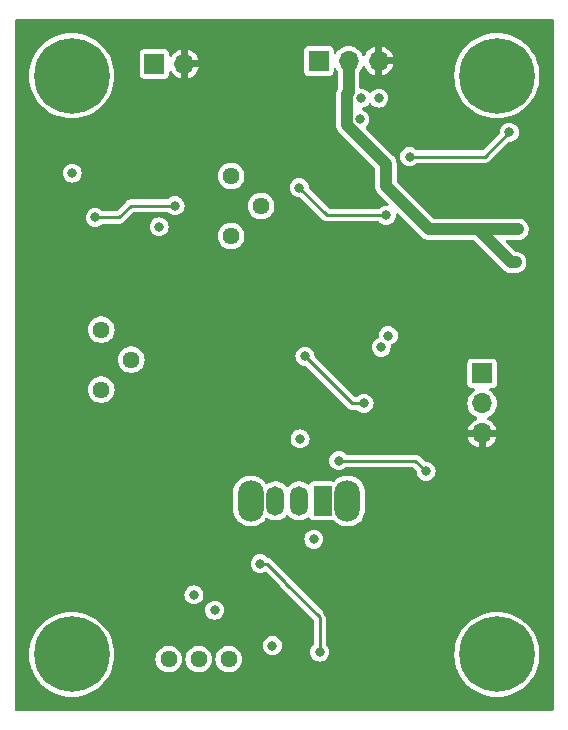
<source format=gbr>
%TF.GenerationSoftware,KiCad,Pcbnew,7.0.2-0*%
%TF.CreationDate,2025-01-08T13:43:56-05:00*%
%TF.ProjectId,plaqchek_potentiostat,706c6171-6368-4656-9b5f-706f74656e74,rev?*%
%TF.SameCoordinates,Original*%
%TF.FileFunction,Copper,L4,Bot*%
%TF.FilePolarity,Positive*%
%FSLAX46Y46*%
G04 Gerber Fmt 4.6, Leading zero omitted, Abs format (unit mm)*
G04 Created by KiCad (PCBNEW 7.0.2-0) date 2025-01-08 13:43:56*
%MOMM*%
%LPD*%
G01*
G04 APERTURE LIST*
%TA.AperFunction,ComponentPad*%
%ADD10C,1.440000*%
%TD*%
%TA.AperFunction,ComponentPad*%
%ADD11O,2.200000X3.500000*%
%TD*%
%TA.AperFunction,ComponentPad*%
%ADD12R,1.500000X2.500000*%
%TD*%
%TA.AperFunction,ComponentPad*%
%ADD13O,1.500000X2.500000*%
%TD*%
%TA.AperFunction,ComponentPad*%
%ADD14C,6.400000*%
%TD*%
%TA.AperFunction,ComponentPad*%
%ADD15R,1.700000X1.700000*%
%TD*%
%TA.AperFunction,ComponentPad*%
%ADD16O,1.700000X1.700000*%
%TD*%
%TA.AperFunction,ViaPad*%
%ADD17C,0.800000*%
%TD*%
%TA.AperFunction,Conductor*%
%ADD18C,0.250000*%
%TD*%
%TA.AperFunction,Conductor*%
%ADD19C,1.000000*%
%TD*%
G04 APERTURE END LIST*
D10*
%TO.P,RV2,1,1*%
%TO.N,Net-(U1B--)*%
X151500000Y-113500000D03*
%TO.P,RV2,2,2*%
%TO.N,Net-(R14-Pad2)*%
X154040000Y-116040000D03*
%TO.P,RV2,3,3*%
X151500000Y-118580000D03*
%TD*%
%TO.P,RV3,1,1*%
%TO.N,+5VA*%
X157210000Y-141397500D03*
%TO.P,RV3,2,2*%
%TO.N,Net-(U4A-+)*%
X159750000Y-141397500D03*
%TO.P,RV3,3,3*%
X162290000Y-141397500D03*
%TD*%
D11*
%TO.P,SW2,*%
%TO.N,*%
X172350000Y-128000000D03*
X164150000Y-128000000D03*
D12*
%TO.P,SW2,1,A*%
%TO.N,/VBIAS_POT_N*%
X170250000Y-128000000D03*
D13*
%TO.P,SW2,2,B*%
%TO.N,/VBIAS_POT*%
X168250000Y-128000000D03*
%TO.P,SW2,3,C*%
%TO.N,/VBIAS_POT_P*%
X166250000Y-128000000D03*
%TD*%
D14*
%TO.P,H4,1,1*%
%TO.N,Net-(H4-Pad1)*%
X149000000Y-141000000D03*
%TD*%
D15*
%TO.P,J3,1,Pin_1*%
%TO.N,/VDAC_POT_PWM_3V3*%
X156000000Y-91000000D03*
D16*
%TO.P,J3,2,Pin_2*%
%TO.N,GND*%
X158540000Y-91000000D03*
%TD*%
D14*
%TO.P,H3,1,1*%
%TO.N,Net-(H3-Pad1)*%
X185000000Y-141000000D03*
%TD*%
D15*
%TO.P,J1,1,Pin_1*%
%TO.N,/WORKING_ELEC*%
X183750000Y-117200000D03*
D16*
%TO.P,J1,2,Pin_2*%
%TO.N,/REF_ELEC*%
X183750000Y-119740000D03*
%TO.P,J1,3,Pin_3*%
%TO.N,GND*%
X183750000Y-122280000D03*
%TD*%
D10*
%TO.P,RV1,1,1*%
%TO.N,Net-(U1A--)*%
X162500000Y-100500000D03*
%TO.P,RV1,2,2*%
%TO.N,Net-(U1B-+)*%
X165040000Y-103040000D03*
%TO.P,RV1,3,3*%
X162500000Y-105580000D03*
%TD*%
D14*
%TO.P,H2,1,1*%
%TO.N,Net-(H2-Pad1)*%
X149000000Y-92000000D03*
%TD*%
D15*
%TO.P,J2,1,Pin_1*%
%TO.N,+6V*%
X169920000Y-90750000D03*
D16*
%TO.P,J2,2,Pin_2*%
%TO.N,-6V5*%
X172460000Y-90750000D03*
%TO.P,J2,3,Pin_3*%
%TO.N,GND*%
X175000000Y-90750000D03*
%TD*%
D14*
%TO.P,H1,1,1*%
%TO.N,Net-(H1-Pad1)*%
X185000000Y-92000000D03*
%TD*%
D17*
%TO.N,GND*%
X185000000Y-128000000D03*
X187000000Y-126000000D03*
X189000000Y-132000000D03*
X177000000Y-144000000D03*
X181000000Y-144000000D03*
X169970000Y-113730000D03*
X155000000Y-136000000D03*
X185000000Y-112000000D03*
X145000000Y-114000000D03*
X189000000Y-128000000D03*
X160000000Y-93000000D03*
X145000000Y-130000000D03*
X149000000Y-134000000D03*
X159000000Y-124000000D03*
X167720000Y-131420000D03*
X164000000Y-97000000D03*
X150830000Y-137100000D03*
X154000000Y-144000000D03*
X160810000Y-91000000D03*
X166000000Y-144000000D03*
X167800000Y-140230000D03*
X179000000Y-130000000D03*
X149000000Y-126000000D03*
X145000000Y-94000000D03*
X145000000Y-118000000D03*
X181000000Y-128000000D03*
X180430000Y-116810000D03*
X149000000Y-110000000D03*
X145000000Y-138000000D03*
X149000000Y-114000000D03*
X177000000Y-140000000D03*
X180470000Y-120130000D03*
X183000000Y-130000000D03*
X164200000Y-115620000D03*
X184040000Y-133690000D03*
X152390000Y-135720000D03*
X166000000Y-95000000D03*
X145000000Y-106000000D03*
X149109040Y-101990087D03*
X158510000Y-89260000D03*
X157000000Y-134000000D03*
X149000000Y-122000000D03*
X160510000Y-107410000D03*
X151000000Y-124000000D03*
X163000000Y-110000000D03*
X187000000Y-118000000D03*
X172870000Y-137710000D03*
X147000000Y-132000000D03*
X147000000Y-120000000D03*
X147000000Y-108000000D03*
X189000000Y-116000000D03*
X189000000Y-88000000D03*
X158000000Y-144000000D03*
X182650000Y-100050000D03*
X157000000Y-130000000D03*
X184130000Y-100980000D03*
X187000000Y-114000000D03*
X161860000Y-117290000D03*
X179000000Y-134000000D03*
X170040000Y-122880000D03*
X163000000Y-124000000D03*
X145000000Y-134000000D03*
X151000000Y-128000000D03*
X172299999Y-99799237D03*
X180730000Y-92940000D03*
X172800000Y-110160000D03*
X145000000Y-122000000D03*
X147000000Y-116000000D03*
X158000000Y-95000000D03*
X147000000Y-124000000D03*
X145000000Y-98000000D03*
X159000000Y-114000000D03*
X165000000Y-112000000D03*
X175000000Y-142000000D03*
X179000000Y-138000000D03*
X187000000Y-130000000D03*
X145000000Y-142000000D03*
X163000000Y-114000000D03*
X173880000Y-117200000D03*
X181000000Y-132000000D03*
X159000000Y-132000000D03*
X186713864Y-99269658D03*
X172430000Y-120710000D03*
X145000000Y-110000000D03*
X155000000Y-128000000D03*
X183000000Y-114000000D03*
X176440000Y-121270000D03*
X157000000Y-122000000D03*
X161000000Y-112000000D03*
X145000000Y-102000000D03*
X147000000Y-112000000D03*
X153000000Y-134000000D03*
X162000000Y-95000000D03*
X167000000Y-110000000D03*
X182164258Y-118396457D03*
X161120000Y-134390000D03*
X189000000Y-120000000D03*
X151000000Y-132000000D03*
X160890000Y-102020000D03*
X182650000Y-134970000D03*
X149170000Y-98310000D03*
X147000000Y-128000000D03*
X176490000Y-115920000D03*
X178060000Y-92880000D03*
X167000000Y-106000000D03*
X155000000Y-124000000D03*
X177200000Y-90690000D03*
X149000000Y-118000000D03*
X147000000Y-136000000D03*
X166000000Y-91000000D03*
X153000000Y-122000000D03*
X179000000Y-142000000D03*
X160000000Y-97000000D03*
X157000000Y-126000000D03*
X169000000Y-108000000D03*
X174860000Y-88540000D03*
X162000000Y-144000000D03*
X145000000Y-88000000D03*
X189000000Y-124000000D03*
X161000000Y-122000000D03*
X155000000Y-132000000D03*
X153000000Y-130000000D03*
X153000000Y-126000000D03*
X165000000Y-108000000D03*
X177000000Y-136000000D03*
X150800000Y-98200000D03*
X164000000Y-89000000D03*
X167640000Y-137410000D03*
X149000000Y-130000000D03*
X188182049Y-100756195D03*
X147000000Y-104000000D03*
X189000000Y-112000000D03*
X145000000Y-126000000D03*
X152920000Y-108990000D03*
X177000000Y-132000000D03*
X156400000Y-101014500D03*
X159000000Y-128000000D03*
X170670000Y-137480000D03*
X161000000Y-126000000D03*
X187000000Y-122000000D03*
X181450000Y-94740000D03*
X164000000Y-93000000D03*
%TO.N,+5VA*%
X169500000Y-131250000D03*
X159350000Y-135950000D03*
X175200000Y-115000000D03*
X175800000Y-114000000D03*
X156400000Y-104800000D03*
X161100000Y-137250000D03*
%TO.N,-5VA*%
X149038330Y-100254995D03*
X175000000Y-93900000D03*
X166000000Y-140250000D03*
X168329999Y-122750000D03*
X173400000Y-95700000D03*
X173500000Y-93900000D03*
%TO.N,+6V*%
X168275000Y-101475000D03*
X175640000Y-103820000D03*
%TO.N,-6V5*%
X186800000Y-105000000D03*
X186600000Y-107800000D03*
%TO.N,/-5V_R*%
X177600000Y-98850000D03*
X186050000Y-96800000D03*
%TO.N,Net-(U1B-+)*%
X157750000Y-103000000D03*
X151000000Y-104000000D03*
%TO.N,/VBIAS_POT*%
X171600000Y-124600000D03*
X179000000Y-125500000D03*
%TO.N,/VBIAS_POT_P*%
X164960000Y-133322500D03*
X170000000Y-140800000D03*
%TO.N,Net-(U3B-+)*%
X168750000Y-115750000D03*
X173750000Y-119750000D03*
%TD*%
D18*
%TO.N,+6V*%
X175610000Y-103790000D02*
X170590000Y-103790000D01*
X175640000Y-103820000D02*
X175610000Y-103790000D01*
X170590000Y-103790000D02*
X168275000Y-101475000D01*
D19*
%TO.N,-6V5*%
X172300000Y-93544365D02*
X172300000Y-96155635D01*
X179254873Y-105000000D02*
X183400000Y-105000000D01*
X175600000Y-99455635D02*
X175600000Y-101345127D01*
X172460000Y-90750000D02*
X172460000Y-93384365D01*
X175600000Y-101345127D02*
X179254873Y-105000000D01*
X172460000Y-93384365D02*
X172300000Y-93544365D01*
X183400000Y-105000000D02*
X186800000Y-105000000D01*
X183400000Y-105000000D02*
X186200000Y-107800000D01*
X172300000Y-96155635D02*
X175600000Y-99455635D01*
X186200000Y-107800000D02*
X186600000Y-107800000D01*
D18*
%TO.N,/-5V_R*%
X177600000Y-98850000D02*
X184000000Y-98850000D01*
X184000000Y-98850000D02*
X186050000Y-96800000D01*
%TO.N,Net-(U1B-+)*%
X154000000Y-103000000D02*
X157750000Y-103000000D01*
X153000000Y-104000000D02*
X154000000Y-103000000D01*
X151000000Y-104000000D02*
X153000000Y-104000000D01*
%TO.N,/VBIAS_POT*%
X171600000Y-124600000D02*
X178100000Y-124600000D01*
X178100000Y-124600000D02*
X179000000Y-125500000D01*
%TO.N,/VBIAS_POT_P*%
X167100000Y-134900000D02*
X167100000Y-134935305D01*
X167100000Y-134935305D02*
X170000000Y-137835305D01*
X170000000Y-137835305D02*
X170000000Y-140200000D01*
X170000000Y-140200000D02*
X170000000Y-140800000D01*
X164960000Y-133322500D02*
X165522500Y-133322500D01*
X165522500Y-133322500D02*
X167100000Y-134900000D01*
%TO.N,Net-(U3B-+)*%
X173750000Y-119750000D02*
X172750000Y-119750000D01*
X172750000Y-119750000D02*
X168750000Y-115750000D01*
%TD*%
%TA.AperFunction,Conductor*%
%TO.N,GND*%
G36*
X189742539Y-87220185D02*
G01*
X189788294Y-87272989D01*
X189799500Y-87324500D01*
X189799500Y-145675500D01*
X189779815Y-145742539D01*
X189727011Y-145788294D01*
X189675500Y-145799500D01*
X144324500Y-145799500D01*
X144257461Y-145779815D01*
X144211706Y-145727011D01*
X144200500Y-145675500D01*
X144200500Y-141000000D01*
X145394559Y-141000000D01*
X145394729Y-141003243D01*
X145404554Y-141190727D01*
X145414310Y-141376871D01*
X145422696Y-141429816D01*
X145472838Y-141746404D01*
X145472840Y-141746417D01*
X145473347Y-141749613D01*
X145474184Y-141752737D01*
X145474186Y-141752746D01*
X145537730Y-141989896D01*
X145571022Y-142114143D01*
X145572179Y-142117158D01*
X145572182Y-142117166D01*
X145682605Y-142404827D01*
X145706266Y-142466465D01*
X145707735Y-142469348D01*
X145707739Y-142469357D01*
X145732524Y-142518000D01*
X145877597Y-142802721D01*
X146083137Y-143119225D01*
X146320635Y-143412511D01*
X146587489Y-143679365D01*
X146880775Y-143916863D01*
X147197279Y-144122403D01*
X147533535Y-144293734D01*
X147885857Y-144428978D01*
X148250387Y-144526653D01*
X148623129Y-144585690D01*
X149000000Y-144605441D01*
X149376871Y-144585690D01*
X149749613Y-144526653D01*
X150114143Y-144428978D01*
X150466465Y-144293734D01*
X150802721Y-144122403D01*
X151119225Y-143916863D01*
X151412511Y-143679365D01*
X151679365Y-143412511D01*
X151916863Y-143119225D01*
X152122403Y-142802721D01*
X152293734Y-142466465D01*
X152428978Y-142114143D01*
X152526653Y-141749613D01*
X152582423Y-141397500D01*
X156084700Y-141397500D01*
X156103860Y-141604275D01*
X156160687Y-141804003D01*
X156253251Y-141989896D01*
X156378391Y-142155609D01*
X156516975Y-142281945D01*
X156531855Y-142295509D01*
X156610263Y-142344057D01*
X156708407Y-142404825D01*
X156708409Y-142404825D01*
X156708411Y-142404827D01*
X156902047Y-142479842D01*
X157106170Y-142518000D01*
X157106172Y-142518000D01*
X157313828Y-142518000D01*
X157313830Y-142518000D01*
X157517953Y-142479842D01*
X157711589Y-142404827D01*
X157888145Y-142295509D01*
X158041607Y-142155610D01*
X158041608Y-142155609D01*
X158166748Y-141989896D01*
X158259312Y-141804003D01*
X158316139Y-141604275D01*
X158316140Y-141604273D01*
X158335300Y-141397500D01*
X158624700Y-141397500D01*
X158643860Y-141604275D01*
X158700687Y-141804003D01*
X158793251Y-141989896D01*
X158918391Y-142155609D01*
X159056975Y-142281945D01*
X159071855Y-142295509D01*
X159150263Y-142344057D01*
X159248407Y-142404825D01*
X159248409Y-142404825D01*
X159248411Y-142404827D01*
X159442047Y-142479842D01*
X159646170Y-142518000D01*
X159646172Y-142518000D01*
X159853828Y-142518000D01*
X159853830Y-142518000D01*
X160057953Y-142479842D01*
X160251589Y-142404827D01*
X160428145Y-142295509D01*
X160581607Y-142155610D01*
X160581608Y-142155609D01*
X160706748Y-141989896D01*
X160799312Y-141804003D01*
X160856139Y-141604275D01*
X160856140Y-141604273D01*
X160875300Y-141397500D01*
X161164700Y-141397500D01*
X161183860Y-141604275D01*
X161240687Y-141804003D01*
X161333251Y-141989896D01*
X161458391Y-142155609D01*
X161596975Y-142281944D01*
X161611855Y-142295509D01*
X161690263Y-142344057D01*
X161788407Y-142404825D01*
X161788409Y-142404825D01*
X161788411Y-142404827D01*
X161982047Y-142479842D01*
X162186170Y-142518000D01*
X162186172Y-142518000D01*
X162393828Y-142518000D01*
X162393830Y-142518000D01*
X162597953Y-142479842D01*
X162791589Y-142404827D01*
X162968145Y-142295509D01*
X163121607Y-142155610D01*
X163121608Y-142155609D01*
X163246748Y-141989896D01*
X163339312Y-141804003D01*
X163396139Y-141604275D01*
X163396140Y-141604273D01*
X163415300Y-141397500D01*
X163396140Y-141190727D01*
X163357683Y-141055565D01*
X163339312Y-140990996D01*
X163246748Y-140805103D01*
X163121608Y-140639390D01*
X162968145Y-140499491D01*
X162791592Y-140390174D01*
X162597953Y-140315158D01*
X162597952Y-140315158D01*
X162393830Y-140277000D01*
X162186170Y-140277000D01*
X162075250Y-140297735D01*
X161982046Y-140315158D01*
X161788407Y-140390174D01*
X161611854Y-140499491D01*
X161458391Y-140639390D01*
X161333251Y-140805103D01*
X161240687Y-140990996D01*
X161183860Y-141190724D01*
X161164700Y-141397500D01*
X160875300Y-141397500D01*
X160856140Y-141190727D01*
X160817683Y-141055565D01*
X160799312Y-140990996D01*
X160706748Y-140805103D01*
X160581608Y-140639390D01*
X160428145Y-140499491D01*
X160251592Y-140390174D01*
X160057953Y-140315158D01*
X159853830Y-140277000D01*
X159646170Y-140277000D01*
X159535250Y-140297735D01*
X159442046Y-140315158D01*
X159248407Y-140390174D01*
X159071854Y-140499491D01*
X158918391Y-140639390D01*
X158793251Y-140805103D01*
X158700687Y-140990996D01*
X158643860Y-141190724D01*
X158624700Y-141397500D01*
X158335300Y-141397500D01*
X158316140Y-141190727D01*
X158277683Y-141055565D01*
X158259312Y-140990996D01*
X158166748Y-140805103D01*
X158041608Y-140639390D01*
X157888145Y-140499491D01*
X157711592Y-140390174D01*
X157517953Y-140315158D01*
X157517952Y-140315158D01*
X157313830Y-140277000D01*
X157106170Y-140277000D01*
X156995250Y-140297735D01*
X156902046Y-140315158D01*
X156708407Y-140390174D01*
X156531854Y-140499491D01*
X156378391Y-140639390D01*
X156253251Y-140805103D01*
X156160687Y-140990996D01*
X156103860Y-141190724D01*
X156084700Y-141397500D01*
X152582423Y-141397500D01*
X152585690Y-141376871D01*
X152605441Y-141000000D01*
X152585690Y-140623129D01*
X152526653Y-140250387D01*
X152526549Y-140250000D01*
X165194434Y-140250000D01*
X165214631Y-140429251D01*
X165214631Y-140429253D01*
X165214632Y-140429255D01*
X165274211Y-140599522D01*
X165291078Y-140626366D01*
X165370185Y-140752264D01*
X165497735Y-140879814D01*
X165497737Y-140879815D01*
X165497738Y-140879816D01*
X165650478Y-140975789D01*
X165820745Y-141035368D01*
X166000000Y-141055565D01*
X166179255Y-141035368D01*
X166349522Y-140975789D01*
X166502262Y-140879816D01*
X166629816Y-140752262D01*
X166725789Y-140599522D01*
X166785368Y-140429255D01*
X166805565Y-140250000D01*
X166785368Y-140070745D01*
X166725789Y-139900478D01*
X166629816Y-139747738D01*
X166629815Y-139747737D01*
X166629814Y-139747735D01*
X166502264Y-139620185D01*
X166439867Y-139580979D01*
X166349522Y-139524211D01*
X166179255Y-139464632D01*
X166179253Y-139464631D01*
X166179251Y-139464631D01*
X166000000Y-139444434D01*
X165820748Y-139464631D01*
X165820745Y-139464631D01*
X165820745Y-139464632D01*
X165650478Y-139524211D01*
X165650476Y-139524211D01*
X165650476Y-139524212D01*
X165497735Y-139620185D01*
X165370185Y-139747735D01*
X165274212Y-139900476D01*
X165214631Y-140070748D01*
X165194434Y-140250000D01*
X152526549Y-140250000D01*
X152428978Y-139885857D01*
X152293734Y-139533535D01*
X152122403Y-139197280D01*
X151916863Y-138880775D01*
X151679365Y-138587489D01*
X151412511Y-138320635D01*
X151119225Y-138083137D01*
X150802721Y-137877597D01*
X150799833Y-137876125D01*
X150799827Y-137876122D01*
X150469357Y-137707739D01*
X150469348Y-137707735D01*
X150466465Y-137706266D01*
X150463433Y-137705102D01*
X150117166Y-137572182D01*
X150117158Y-137572179D01*
X150114143Y-137571022D01*
X150111018Y-137570184D01*
X150111013Y-137570183D01*
X149752746Y-137474186D01*
X149752737Y-137474184D01*
X149749613Y-137473347D01*
X149746417Y-137472840D01*
X149746404Y-137472838D01*
X149380076Y-137414817D01*
X149380064Y-137414815D01*
X149376871Y-137414310D01*
X149373638Y-137414140D01*
X149373633Y-137414140D01*
X149003244Y-137394729D01*
X149000000Y-137394559D01*
X148996756Y-137394729D01*
X148626366Y-137414140D01*
X148626359Y-137414140D01*
X148623129Y-137414310D01*
X148619937Y-137414815D01*
X148619923Y-137414817D01*
X148253595Y-137472838D01*
X148253578Y-137472841D01*
X148250387Y-137473347D01*
X148247266Y-137474183D01*
X148247253Y-137474186D01*
X147888986Y-137570183D01*
X147888975Y-137570186D01*
X147885857Y-137571022D01*
X147882846Y-137572177D01*
X147882833Y-137572182D01*
X147536566Y-137705102D01*
X147536557Y-137705105D01*
X147533535Y-137706266D01*
X147530658Y-137707731D01*
X147530642Y-137707739D01*
X147200173Y-137876122D01*
X147200159Y-137876129D01*
X147197280Y-137877597D01*
X147194560Y-137879363D01*
X147194552Y-137879368D01*
X146883503Y-138081365D01*
X146883497Y-138081368D01*
X146880775Y-138083137D01*
X146878255Y-138085177D01*
X146878249Y-138085182D01*
X146590007Y-138318595D01*
X146589996Y-138318604D01*
X146587489Y-138320635D01*
X146585204Y-138322919D01*
X146585194Y-138322929D01*
X146322929Y-138585194D01*
X146322919Y-138585204D01*
X146320635Y-138587489D01*
X146318604Y-138589996D01*
X146318595Y-138590007D01*
X146085182Y-138878249D01*
X146085177Y-138878255D01*
X146083137Y-138880775D01*
X146081368Y-138883497D01*
X146081365Y-138883503D01*
X145879368Y-139194552D01*
X145879363Y-139194560D01*
X145877597Y-139197280D01*
X145876129Y-139200159D01*
X145876122Y-139200173D01*
X145707739Y-139530642D01*
X145707731Y-139530658D01*
X145706266Y-139533535D01*
X145705105Y-139536557D01*
X145705102Y-139536566D01*
X145572182Y-139882833D01*
X145572177Y-139882846D01*
X145571022Y-139885857D01*
X145570186Y-139888975D01*
X145570183Y-139888986D01*
X145474186Y-140247253D01*
X145474183Y-140247266D01*
X145473347Y-140250387D01*
X145472841Y-140253578D01*
X145472838Y-140253595D01*
X145414817Y-140619923D01*
X145414815Y-140619937D01*
X145414310Y-140623129D01*
X145414140Y-140626359D01*
X145414140Y-140626366D01*
X145395828Y-140975787D01*
X145394559Y-141000000D01*
X144200500Y-141000000D01*
X144200500Y-137250000D01*
X160294434Y-137250000D01*
X160314631Y-137429251D01*
X160314631Y-137429253D01*
X160314632Y-137429255D01*
X160374211Y-137599522D01*
X160400091Y-137640710D01*
X160470185Y-137752264D01*
X160597735Y-137879814D01*
X160597737Y-137879815D01*
X160597738Y-137879816D01*
X160750478Y-137975789D01*
X160920745Y-138035368D01*
X161055186Y-138050515D01*
X161099999Y-138055565D01*
X161099999Y-138055564D01*
X161100000Y-138055565D01*
X161279255Y-138035368D01*
X161449522Y-137975789D01*
X161602262Y-137879816D01*
X161729816Y-137752262D01*
X161825789Y-137599522D01*
X161885368Y-137429255D01*
X161905565Y-137250000D01*
X161885368Y-137070745D01*
X161825789Y-136900478D01*
X161729816Y-136747738D01*
X161729815Y-136747737D01*
X161729814Y-136747735D01*
X161602264Y-136620185D01*
X161538014Y-136579814D01*
X161449522Y-136524211D01*
X161279255Y-136464632D01*
X161279253Y-136464631D01*
X161279251Y-136464631D01*
X161100000Y-136444434D01*
X160920748Y-136464631D01*
X160920745Y-136464631D01*
X160920745Y-136464632D01*
X160750478Y-136524211D01*
X160750476Y-136524211D01*
X160750476Y-136524212D01*
X160597735Y-136620185D01*
X160470185Y-136747735D01*
X160374212Y-136900476D01*
X160314631Y-137070748D01*
X160294434Y-137250000D01*
X144200500Y-137250000D01*
X144200500Y-135950000D01*
X158544434Y-135950000D01*
X158564631Y-136129251D01*
X158564631Y-136129253D01*
X158564632Y-136129255D01*
X158624211Y-136299522D01*
X158624212Y-136299523D01*
X158720185Y-136452264D01*
X158847735Y-136579814D01*
X158847737Y-136579815D01*
X158847738Y-136579816D01*
X159000478Y-136675789D01*
X159170745Y-136735368D01*
X159350000Y-136755565D01*
X159529255Y-136735368D01*
X159699522Y-136675789D01*
X159852262Y-136579816D01*
X159979816Y-136452262D01*
X160075789Y-136299522D01*
X160135368Y-136129255D01*
X160155565Y-135950000D01*
X160135368Y-135770745D01*
X160075789Y-135600478D01*
X159979816Y-135447738D01*
X159979815Y-135447737D01*
X159979814Y-135447735D01*
X159852264Y-135320185D01*
X159789867Y-135280979D01*
X159699522Y-135224211D01*
X159529255Y-135164632D01*
X159529253Y-135164631D01*
X159529251Y-135164631D01*
X159350000Y-135144434D01*
X159170748Y-135164631D01*
X159170745Y-135164631D01*
X159170745Y-135164632D01*
X159000478Y-135224211D01*
X159000476Y-135224211D01*
X159000476Y-135224212D01*
X158847735Y-135320185D01*
X158720185Y-135447735D01*
X158624212Y-135600476D01*
X158564631Y-135770748D01*
X158544434Y-135950000D01*
X144200500Y-135950000D01*
X144200500Y-133322500D01*
X164154434Y-133322500D01*
X164174631Y-133501751D01*
X164174631Y-133501753D01*
X164174632Y-133501755D01*
X164234211Y-133672022D01*
X164234212Y-133672023D01*
X164330185Y-133824764D01*
X164457735Y-133952314D01*
X164457737Y-133952315D01*
X164457738Y-133952316D01*
X164610478Y-134048289D01*
X164780745Y-134107868D01*
X164960000Y-134128065D01*
X165139255Y-134107868D01*
X165309522Y-134048289D01*
X165345912Y-134025423D01*
X165413146Y-134006422D01*
X165479982Y-134026788D01*
X165499565Y-134042735D01*
X166614017Y-135157186D01*
X166640070Y-135195465D01*
X166646779Y-135210911D01*
X166646780Y-135210912D01*
X166646781Y-135210914D01*
X166657287Y-135223828D01*
X166669183Y-135241307D01*
X166677341Y-135255817D01*
X166704869Y-135283344D01*
X166713377Y-135292771D01*
X166737943Y-135322967D01*
X166737944Y-135322967D01*
X166737946Y-135322970D01*
X166751550Y-135332573D01*
X166767715Y-135346190D01*
X169438181Y-138016655D01*
X169471666Y-138077978D01*
X169474500Y-138104336D01*
X169474500Y-140142059D01*
X169454815Y-140209098D01*
X169438181Y-140229740D01*
X169370185Y-140297735D01*
X169274212Y-140450476D01*
X169214631Y-140620748D01*
X169194434Y-140800000D01*
X169214631Y-140979251D01*
X169214631Y-140979253D01*
X169214632Y-140979255D01*
X169274211Y-141149522D01*
X169274212Y-141149523D01*
X169370185Y-141302264D01*
X169497735Y-141429814D01*
X169497737Y-141429815D01*
X169497738Y-141429816D01*
X169650478Y-141525789D01*
X169820745Y-141585368D01*
X170000000Y-141605565D01*
X170179255Y-141585368D01*
X170349522Y-141525789D01*
X170502262Y-141429816D01*
X170629816Y-141302262D01*
X170725789Y-141149522D01*
X170778109Y-141000000D01*
X181394559Y-141000000D01*
X181394729Y-141003243D01*
X181404554Y-141190727D01*
X181414310Y-141376871D01*
X181422696Y-141429816D01*
X181472838Y-141746404D01*
X181472840Y-141746417D01*
X181473347Y-141749613D01*
X181474184Y-141752737D01*
X181474186Y-141752746D01*
X181537730Y-141989896D01*
X181571022Y-142114143D01*
X181572179Y-142117158D01*
X181572182Y-142117166D01*
X181682605Y-142404827D01*
X181706266Y-142466465D01*
X181707735Y-142469348D01*
X181707739Y-142469357D01*
X181732524Y-142518000D01*
X181877597Y-142802721D01*
X182083137Y-143119225D01*
X182320635Y-143412511D01*
X182587489Y-143679365D01*
X182880775Y-143916863D01*
X183197279Y-144122403D01*
X183533535Y-144293734D01*
X183885857Y-144428978D01*
X184250387Y-144526653D01*
X184623129Y-144585690D01*
X185000000Y-144605441D01*
X185376871Y-144585690D01*
X185749613Y-144526653D01*
X186114143Y-144428978D01*
X186466465Y-144293734D01*
X186802721Y-144122403D01*
X187119225Y-143916863D01*
X187412511Y-143679365D01*
X187679365Y-143412511D01*
X187916863Y-143119225D01*
X188122403Y-142802721D01*
X188293734Y-142466465D01*
X188428978Y-142114143D01*
X188526653Y-141749613D01*
X188585690Y-141376871D01*
X188605441Y-141000000D01*
X188585690Y-140623129D01*
X188526653Y-140250387D01*
X188428978Y-139885857D01*
X188293734Y-139533535D01*
X188122403Y-139197280D01*
X187916863Y-138880775D01*
X187679365Y-138587489D01*
X187412511Y-138320635D01*
X187119225Y-138083137D01*
X186802721Y-137877597D01*
X186799833Y-137876125D01*
X186799827Y-137876122D01*
X186469357Y-137707739D01*
X186469348Y-137707735D01*
X186466465Y-137706266D01*
X186463433Y-137705102D01*
X186117166Y-137572182D01*
X186117158Y-137572179D01*
X186114143Y-137571022D01*
X186111018Y-137570184D01*
X186111013Y-137570183D01*
X185752746Y-137474186D01*
X185752737Y-137474184D01*
X185749613Y-137473347D01*
X185746417Y-137472840D01*
X185746404Y-137472838D01*
X185380076Y-137414817D01*
X185380064Y-137414815D01*
X185376871Y-137414310D01*
X185373638Y-137414140D01*
X185373633Y-137414140D01*
X185003244Y-137394729D01*
X185000000Y-137394559D01*
X184996756Y-137394729D01*
X184626366Y-137414140D01*
X184626359Y-137414140D01*
X184623129Y-137414310D01*
X184619937Y-137414815D01*
X184619923Y-137414817D01*
X184253595Y-137472838D01*
X184253578Y-137472841D01*
X184250387Y-137473347D01*
X184247266Y-137474183D01*
X184247253Y-137474186D01*
X183888986Y-137570183D01*
X183888975Y-137570186D01*
X183885857Y-137571022D01*
X183882846Y-137572177D01*
X183882833Y-137572182D01*
X183536566Y-137705102D01*
X183536557Y-137705105D01*
X183533535Y-137706266D01*
X183530658Y-137707731D01*
X183530642Y-137707739D01*
X183200173Y-137876122D01*
X183200159Y-137876129D01*
X183197280Y-137877597D01*
X183194560Y-137879363D01*
X183194552Y-137879368D01*
X182883503Y-138081365D01*
X182883497Y-138081368D01*
X182880775Y-138083137D01*
X182878255Y-138085177D01*
X182878249Y-138085182D01*
X182590007Y-138318595D01*
X182589996Y-138318604D01*
X182587489Y-138320635D01*
X182585204Y-138322919D01*
X182585194Y-138322929D01*
X182322929Y-138585194D01*
X182322919Y-138585204D01*
X182320635Y-138587489D01*
X182318604Y-138589996D01*
X182318595Y-138590007D01*
X182085182Y-138878249D01*
X182085177Y-138878255D01*
X182083137Y-138880775D01*
X182081368Y-138883497D01*
X182081365Y-138883503D01*
X181879368Y-139194552D01*
X181879363Y-139194560D01*
X181877597Y-139197280D01*
X181876129Y-139200159D01*
X181876122Y-139200173D01*
X181707739Y-139530642D01*
X181707731Y-139530658D01*
X181706266Y-139533535D01*
X181705105Y-139536557D01*
X181705102Y-139536566D01*
X181572182Y-139882833D01*
X181572177Y-139882846D01*
X181571022Y-139885857D01*
X181570186Y-139888975D01*
X181570183Y-139888986D01*
X181474186Y-140247253D01*
X181474183Y-140247266D01*
X181473347Y-140250387D01*
X181472841Y-140253578D01*
X181472838Y-140253595D01*
X181414817Y-140619923D01*
X181414815Y-140619937D01*
X181414310Y-140623129D01*
X181414140Y-140626359D01*
X181414140Y-140626366D01*
X181395828Y-140975787D01*
X181394559Y-141000000D01*
X170778109Y-141000000D01*
X170785368Y-140979255D01*
X170805565Y-140800000D01*
X170785368Y-140620745D01*
X170725789Y-140450478D01*
X170629816Y-140297738D01*
X170609078Y-140277000D01*
X170561818Y-140229739D01*
X170528334Y-140168415D01*
X170525500Y-140142058D01*
X170525500Y-137846414D01*
X170525572Y-137842180D01*
X170527660Y-137781060D01*
X170520642Y-137752262D01*
X170518440Y-137743230D01*
X170516072Y-137730764D01*
X170512907Y-137707739D01*
X170510771Y-137692194D01*
X170504137Y-137676922D01*
X170497396Y-137656875D01*
X170493457Y-137640711D01*
X170493457Y-137640710D01*
X170474374Y-137606772D01*
X170468733Y-137595413D01*
X170453219Y-137559696D01*
X170442706Y-137546774D01*
X170430813Y-137529299D01*
X170422657Y-137514793D01*
X170395133Y-137487269D01*
X170386626Y-137477843D01*
X170362053Y-137447639D01*
X170348450Y-137438037D01*
X170332278Y-137424414D01*
X167585982Y-134678118D01*
X167559929Y-134639839D01*
X167553219Y-134624391D01*
X167542711Y-134611475D01*
X167530813Y-134593993D01*
X167522658Y-134579488D01*
X167495128Y-134551958D01*
X167486620Y-134542531D01*
X167462053Y-134512334D01*
X167448452Y-134502733D01*
X167432281Y-134489111D01*
X165901941Y-132958772D01*
X165898998Y-132955727D01*
X165857253Y-132911029D01*
X165823988Y-132890800D01*
X165813492Y-132883657D01*
X165782475Y-132860136D01*
X165782473Y-132860135D01*
X165766988Y-132854028D01*
X165748056Y-132844625D01*
X165733827Y-132835973D01*
X165696343Y-132825470D01*
X165684310Y-132821424D01*
X165648086Y-132807139D01*
X165631521Y-132805436D01*
X165610754Y-132801490D01*
X165594728Y-132797000D01*
X165594727Y-132797000D01*
X165586889Y-132794804D01*
X165532661Y-132763083D01*
X165462262Y-132692684D01*
X165309522Y-132596711D01*
X165139255Y-132537132D01*
X165139253Y-132537131D01*
X165139251Y-132537131D01*
X164960000Y-132516934D01*
X164780748Y-132537131D01*
X164780745Y-132537131D01*
X164780745Y-132537132D01*
X164610478Y-132596711D01*
X164610476Y-132596711D01*
X164610476Y-132596712D01*
X164457735Y-132692685D01*
X164330185Y-132820235D01*
X164234212Y-132972976D01*
X164174631Y-133143248D01*
X164154434Y-133322500D01*
X144200500Y-133322500D01*
X144200500Y-131250000D01*
X168694434Y-131250000D01*
X168714631Y-131429251D01*
X168714631Y-131429253D01*
X168714632Y-131429255D01*
X168774211Y-131599522D01*
X168774212Y-131599523D01*
X168870185Y-131752264D01*
X168997735Y-131879814D01*
X168997737Y-131879815D01*
X168997738Y-131879816D01*
X169150478Y-131975789D01*
X169320745Y-132035368D01*
X169455186Y-132050515D01*
X169499999Y-132055565D01*
X169499999Y-132055564D01*
X169500000Y-132055565D01*
X169679255Y-132035368D01*
X169849522Y-131975789D01*
X170002262Y-131879816D01*
X170129816Y-131752262D01*
X170225789Y-131599522D01*
X170285368Y-131429255D01*
X170305565Y-131250000D01*
X170285368Y-131070745D01*
X170225789Y-130900478D01*
X170129816Y-130747738D01*
X170129815Y-130747737D01*
X170129814Y-130747735D01*
X170002264Y-130620185D01*
X169939867Y-130580978D01*
X169849522Y-130524211D01*
X169679255Y-130464632D01*
X169679253Y-130464631D01*
X169679251Y-130464631D01*
X169500000Y-130444434D01*
X169320748Y-130464631D01*
X169320745Y-130464631D01*
X169320745Y-130464632D01*
X169150478Y-130524211D01*
X169150476Y-130524211D01*
X169150476Y-130524212D01*
X168997735Y-130620185D01*
X168870185Y-130747735D01*
X168774212Y-130900476D01*
X168714631Y-131070748D01*
X168694434Y-131250000D01*
X144200500Y-131250000D01*
X144200500Y-128712067D01*
X162649500Y-128712067D01*
X162664892Y-128897821D01*
X162725937Y-129138881D01*
X162739417Y-129169612D01*
X162825825Y-129366604D01*
X162825827Y-129366607D01*
X162961836Y-129574785D01*
X163130256Y-129757738D01*
X163130259Y-129757740D01*
X163326485Y-129910470D01*
X163326487Y-129910471D01*
X163326491Y-129910474D01*
X163545190Y-130028828D01*
X163780386Y-130109571D01*
X164025665Y-130150500D01*
X164274335Y-130150500D01*
X164519614Y-130109571D01*
X164754810Y-130028828D01*
X164973509Y-129910474D01*
X165169744Y-129757738D01*
X165338164Y-129574785D01*
X165405094Y-129472339D01*
X165458240Y-129426983D01*
X165527472Y-129417559D01*
X165574178Y-129434733D01*
X165734981Y-129534298D01*
X165933802Y-129611321D01*
X166143390Y-129650500D01*
X166143392Y-129650500D01*
X166356608Y-129650500D01*
X166356610Y-129650500D01*
X166566198Y-129611321D01*
X166765019Y-129534298D01*
X166946302Y-129422052D01*
X167103872Y-129278407D01*
X167151046Y-129215938D01*
X167207155Y-129174303D01*
X167276867Y-129169612D01*
X167338049Y-129203354D01*
X167348953Y-129215938D01*
X167396128Y-129278407D01*
X167553698Y-129422052D01*
X167734981Y-129534298D01*
X167933802Y-129611321D01*
X168143390Y-129650500D01*
X168143392Y-129650500D01*
X168356608Y-129650500D01*
X168356610Y-129650500D01*
X168566198Y-129611321D01*
X168765019Y-129534298D01*
X168946302Y-129422052D01*
X168957128Y-129412182D01*
X169019928Y-129381565D01*
X169089316Y-129389760D01*
X169143258Y-129434168D01*
X169151152Y-129447524D01*
X169171949Y-129488342D01*
X169261656Y-129578049D01*
X169261658Y-129578050D01*
X169374696Y-129635646D01*
X169468481Y-129650500D01*
X171031518Y-129650499D01*
X171125304Y-129635646D01*
X171125306Y-129635644D01*
X171140459Y-129633245D01*
X171209753Y-129642201D01*
X171251085Y-129671735D01*
X171330256Y-129757738D01*
X171330259Y-129757740D01*
X171526485Y-129910470D01*
X171526487Y-129910471D01*
X171526491Y-129910474D01*
X171745190Y-130028828D01*
X171980386Y-130109571D01*
X172225665Y-130150500D01*
X172474335Y-130150500D01*
X172719614Y-130109571D01*
X172954810Y-130028828D01*
X173173509Y-129910474D01*
X173369744Y-129757738D01*
X173538164Y-129574785D01*
X173674173Y-129366607D01*
X173774063Y-129138881D01*
X173835108Y-128897821D01*
X173850500Y-128712067D01*
X173850500Y-127287933D01*
X173835108Y-127102179D01*
X173774063Y-126861119D01*
X173674173Y-126633393D01*
X173538164Y-126425215D01*
X173369744Y-126242262D01*
X173225274Y-126129816D01*
X173173514Y-126089529D01*
X173173510Y-126089526D01*
X173173509Y-126089526D01*
X172954810Y-125971172D01*
X172954806Y-125971170D01*
X172954805Y-125971170D01*
X172719615Y-125890429D01*
X172474335Y-125849500D01*
X172225665Y-125849500D01*
X171980384Y-125890429D01*
X171745194Y-125971170D01*
X171526485Y-126089529D01*
X171330258Y-126242259D01*
X171251084Y-126328264D01*
X171191196Y-126364254D01*
X171140458Y-126366753D01*
X171031522Y-126349500D01*
X169468485Y-126349500D01*
X169421589Y-126356927D01*
X169374696Y-126364354D01*
X169374694Y-126364354D01*
X169374693Y-126364355D01*
X169261657Y-126421949D01*
X169171949Y-126511657D01*
X169151151Y-126552476D01*
X169103177Y-126603271D01*
X169035356Y-126620066D01*
X168969221Y-126597528D01*
X168957131Y-126587819D01*
X168946304Y-126577950D01*
X168946302Y-126577948D01*
X168765019Y-126465702D01*
X168765017Y-126465701D01*
X168566198Y-126388679D01*
X168566198Y-126388678D01*
X168356610Y-126349500D01*
X168143390Y-126349500D01*
X168003664Y-126375619D01*
X167933801Y-126388679D01*
X167734982Y-126465701D01*
X167553698Y-126577947D01*
X167396125Y-126721595D01*
X167348953Y-126784061D01*
X167292844Y-126825696D01*
X167223132Y-126830387D01*
X167161950Y-126796644D01*
X167151047Y-126784061D01*
X167103874Y-126721595D01*
X166946301Y-126577947D01*
X166765017Y-126465701D01*
X166566198Y-126388679D01*
X166566197Y-126388678D01*
X166356610Y-126349500D01*
X166143390Y-126349500D01*
X166003664Y-126375619D01*
X165933801Y-126388679D01*
X165734979Y-126465702D01*
X165574180Y-126565265D01*
X165506820Y-126583820D01*
X165440120Y-126563012D01*
X165405094Y-126527660D01*
X165338164Y-126425215D01*
X165169744Y-126242262D01*
X165025274Y-126129816D01*
X164973514Y-126089529D01*
X164973510Y-126089526D01*
X164973509Y-126089526D01*
X164754810Y-125971172D01*
X164754806Y-125971170D01*
X164754805Y-125971170D01*
X164519615Y-125890429D01*
X164274335Y-125849500D01*
X164025665Y-125849500D01*
X163780384Y-125890429D01*
X163545194Y-125971170D01*
X163326485Y-126089529D01*
X163130259Y-126242259D01*
X163130256Y-126242261D01*
X163130256Y-126242262D01*
X163017862Y-126364355D01*
X162961837Y-126425214D01*
X162825825Y-126633395D01*
X162759738Y-126784061D01*
X162725937Y-126861119D01*
X162695810Y-126980087D01*
X162664892Y-127102177D01*
X162664891Y-127102179D01*
X162664892Y-127102179D01*
X162649500Y-127287933D01*
X162649500Y-128712067D01*
X144200500Y-128712067D01*
X144200500Y-124600000D01*
X170794434Y-124600000D01*
X170814631Y-124779251D01*
X170814631Y-124779253D01*
X170814632Y-124779255D01*
X170874211Y-124949522D01*
X170874212Y-124949523D01*
X170970185Y-125102264D01*
X171097735Y-125229814D01*
X171097737Y-125229815D01*
X171097738Y-125229816D01*
X171250478Y-125325789D01*
X171420745Y-125385368D01*
X171600000Y-125405565D01*
X171779255Y-125385368D01*
X171949522Y-125325789D01*
X172102262Y-125229816D01*
X172170260Y-125161817D01*
X172231581Y-125128334D01*
X172257940Y-125125500D01*
X177830968Y-125125500D01*
X177898007Y-125145185D01*
X177918649Y-125161819D01*
X178158527Y-125401696D01*
X178192012Y-125463019D01*
X178193459Y-125491351D01*
X178214631Y-125679251D01*
X178214631Y-125679253D01*
X178214632Y-125679255D01*
X178274211Y-125849522D01*
X178274212Y-125849523D01*
X178370185Y-126002264D01*
X178497735Y-126129814D01*
X178497737Y-126129815D01*
X178497738Y-126129816D01*
X178650478Y-126225789D01*
X178820745Y-126285368D01*
X179000000Y-126305565D01*
X179179255Y-126285368D01*
X179349522Y-126225789D01*
X179502262Y-126129816D01*
X179629816Y-126002262D01*
X179725789Y-125849522D01*
X179785368Y-125679255D01*
X179805565Y-125500000D01*
X179785368Y-125320745D01*
X179725789Y-125150478D01*
X179629816Y-124997738D01*
X179629815Y-124997737D01*
X179629814Y-124997735D01*
X179502264Y-124870185D01*
X179357543Y-124779251D01*
X179349522Y-124774211D01*
X179179255Y-124714632D01*
X179179253Y-124714631D01*
X179179251Y-124714631D01*
X178986116Y-124692870D01*
X178986315Y-124691100D01*
X178934429Y-124682007D01*
X178901696Y-124658527D01*
X178479441Y-124236272D01*
X178476498Y-124233227D01*
X178434753Y-124188529D01*
X178401488Y-124168300D01*
X178390992Y-124161157D01*
X178359975Y-124137636D01*
X178359973Y-124137635D01*
X178344488Y-124131528D01*
X178325556Y-124122125D01*
X178311327Y-124113473D01*
X178273843Y-124102970D01*
X178261810Y-124098924D01*
X178225586Y-124084639D01*
X178209021Y-124082936D01*
X178188255Y-124078990D01*
X178172228Y-124074500D01*
X178133296Y-124074500D01*
X178120616Y-124073850D01*
X178117031Y-124073481D01*
X178081890Y-124069868D01*
X178066842Y-124072463D01*
X178065486Y-124072697D01*
X178044419Y-124074500D01*
X172257940Y-124074500D01*
X172190901Y-124054815D01*
X172170263Y-124038185D01*
X172102262Y-123970184D01*
X171949522Y-123874211D01*
X171779255Y-123814632D01*
X171779253Y-123814631D01*
X171779251Y-123814631D01*
X171600000Y-123794434D01*
X171420748Y-123814631D01*
X171420745Y-123814631D01*
X171420745Y-123814632D01*
X171250478Y-123874211D01*
X171250476Y-123874211D01*
X171250476Y-123874212D01*
X171097735Y-123970185D01*
X170970185Y-124097735D01*
X170874212Y-124250476D01*
X170814631Y-124420748D01*
X170794434Y-124600000D01*
X144200500Y-124600000D01*
X144200500Y-122750000D01*
X167524433Y-122750000D01*
X167544630Y-122929251D01*
X167544630Y-122929253D01*
X167544631Y-122929255D01*
X167604210Y-123099522D01*
X167604211Y-123099523D01*
X167700184Y-123252264D01*
X167827734Y-123379814D01*
X167827736Y-123379815D01*
X167827737Y-123379816D01*
X167980477Y-123475789D01*
X168150744Y-123535368D01*
X168329999Y-123555565D01*
X168509254Y-123535368D01*
X168679521Y-123475789D01*
X168832261Y-123379816D01*
X168959815Y-123252262D01*
X169055788Y-123099522D01*
X169115367Y-122929255D01*
X169135564Y-122750000D01*
X169115367Y-122570745D01*
X169055788Y-122400478D01*
X168959815Y-122247738D01*
X168959814Y-122247737D01*
X168959813Y-122247735D01*
X168832263Y-122120185D01*
X168752642Y-122070156D01*
X168679521Y-122024211D01*
X168509254Y-121964632D01*
X168509252Y-121964631D01*
X168509250Y-121964631D01*
X168329999Y-121944434D01*
X168150747Y-121964631D01*
X168150744Y-121964631D01*
X168150744Y-121964632D01*
X167980477Y-122024211D01*
X167980475Y-122024211D01*
X167980475Y-122024212D01*
X167827734Y-122120185D01*
X167700184Y-122247735D01*
X167604211Y-122400476D01*
X167604210Y-122400478D01*
X167544631Y-122570745D01*
X167544630Y-122570748D01*
X167524433Y-122750000D01*
X144200500Y-122750000D01*
X144200500Y-118580000D01*
X150374700Y-118580000D01*
X150393860Y-118786775D01*
X150450687Y-118986503D01*
X150543251Y-119172396D01*
X150668391Y-119338109D01*
X150736805Y-119400476D01*
X150821855Y-119478009D01*
X150892941Y-119522023D01*
X150998407Y-119587325D01*
X150998409Y-119587325D01*
X150998411Y-119587327D01*
X151192047Y-119662342D01*
X151396170Y-119700500D01*
X151396172Y-119700500D01*
X151603828Y-119700500D01*
X151603830Y-119700500D01*
X151807953Y-119662342D01*
X152001589Y-119587327D01*
X152178145Y-119478009D01*
X152331607Y-119338110D01*
X152352330Y-119310668D01*
X152456748Y-119172396D01*
X152549312Y-118986503D01*
X152606139Y-118786775D01*
X152606140Y-118786773D01*
X152625300Y-118580000D01*
X152606140Y-118373227D01*
X152581988Y-118288342D01*
X152549312Y-118173496D01*
X152456748Y-117987603D01*
X152331608Y-117821890D01*
X152178145Y-117681991D01*
X152001592Y-117572674D01*
X151807953Y-117497658D01*
X151603830Y-117459500D01*
X151396170Y-117459500D01*
X151260087Y-117484938D01*
X151192046Y-117497658D01*
X150998407Y-117572674D01*
X150821854Y-117681991D01*
X150668391Y-117821890D01*
X150543251Y-117987603D01*
X150450687Y-118173496D01*
X150393860Y-118373224D01*
X150374700Y-118580000D01*
X144200500Y-118580000D01*
X144200500Y-116040000D01*
X152914700Y-116040000D01*
X152933860Y-116246775D01*
X152990687Y-116446503D01*
X153083251Y-116632396D01*
X153208391Y-116798109D01*
X153346975Y-116924445D01*
X153361855Y-116938009D01*
X153440263Y-116986557D01*
X153538407Y-117047325D01*
X153538409Y-117047325D01*
X153538411Y-117047327D01*
X153732047Y-117122342D01*
X153936170Y-117160500D01*
X153936172Y-117160500D01*
X154143828Y-117160500D01*
X154143830Y-117160500D01*
X154347953Y-117122342D01*
X154541589Y-117047327D01*
X154718145Y-116938009D01*
X154871607Y-116798110D01*
X154871608Y-116798109D01*
X154996748Y-116632396D01*
X155089312Y-116446503D01*
X155125738Y-116318478D01*
X155146140Y-116246773D01*
X155165300Y-116040000D01*
X155146140Y-115833227D01*
X155122460Y-115750000D01*
X167944434Y-115750000D01*
X167964631Y-115929251D01*
X167964631Y-115929253D01*
X167964632Y-115929255D01*
X168024211Y-116099522D01*
X168031836Y-116111657D01*
X168120185Y-116252264D01*
X168247735Y-116379814D01*
X168247737Y-116379815D01*
X168247738Y-116379816D01*
X168400478Y-116475789D01*
X168570745Y-116535368D01*
X168644199Y-116543644D01*
X168763885Y-116557130D01*
X168763685Y-116558901D01*
X168815555Y-116567985D01*
X168848302Y-116591472D01*
X172370544Y-120113713D01*
X172373486Y-120116757D01*
X172415243Y-120161467D01*
X172415245Y-120161469D01*
X172448507Y-120181695D01*
X172458998Y-120188836D01*
X172481342Y-120205779D01*
X172490025Y-120212364D01*
X172505510Y-120218470D01*
X172524444Y-120227874D01*
X172538672Y-120236526D01*
X172576156Y-120247028D01*
X172588186Y-120251073D01*
X172624411Y-120265359D01*
X172640972Y-120267061D01*
X172661733Y-120271005D01*
X172677772Y-120275500D01*
X172716704Y-120275500D01*
X172729383Y-120276149D01*
X172740600Y-120277303D01*
X172768109Y-120280131D01*
X172768109Y-120280130D01*
X172768110Y-120280131D01*
X172784513Y-120277302D01*
X172805581Y-120275500D01*
X173092060Y-120275500D01*
X173159099Y-120295185D01*
X173179736Y-120311814D01*
X173247738Y-120379816D01*
X173400478Y-120475789D01*
X173570745Y-120535368D01*
X173672918Y-120546880D01*
X173749999Y-120555565D01*
X173749999Y-120555564D01*
X173750000Y-120555565D01*
X173929255Y-120535368D01*
X174099522Y-120475789D01*
X174252262Y-120379816D01*
X174379816Y-120252262D01*
X174475789Y-120099522D01*
X174535368Y-119929255D01*
X174555565Y-119750000D01*
X174554438Y-119740000D01*
X182494722Y-119740000D01*
X182513792Y-119957974D01*
X182570425Y-120169331D01*
X182590492Y-120212364D01*
X182662898Y-120367639D01*
X182788402Y-120546877D01*
X182943123Y-120701598D01*
X183122361Y-120827102D01*
X183274175Y-120897894D01*
X183326614Y-120944066D01*
X183345766Y-121011260D01*
X183325550Y-121078141D01*
X183274175Y-121122658D01*
X183122615Y-121193332D01*
X182943442Y-121318790D01*
X182788790Y-121473442D01*
X182663332Y-121652615D01*
X182570897Y-121850840D01*
X182536289Y-121979999D01*
X182536289Y-121980000D01*
X183348446Y-121980000D01*
X183290507Y-122070156D01*
X183250000Y-122208111D01*
X183250000Y-122351889D01*
X183290507Y-122489844D01*
X183348446Y-122580000D01*
X182536289Y-122580000D01*
X182570897Y-122709159D01*
X182663332Y-122907385D01*
X182788790Y-123086557D01*
X182943442Y-123241209D01*
X183122614Y-123366667D01*
X183320841Y-123459102D01*
X183450000Y-123493709D01*
X183450000Y-122681643D01*
X183476900Y-122704952D01*
X183607685Y-122764680D01*
X183714237Y-122780000D01*
X183785763Y-122780000D01*
X183892315Y-122764680D01*
X184023100Y-122704952D01*
X184050000Y-122681643D01*
X184050000Y-123493708D01*
X184179158Y-123459102D01*
X184377385Y-123366667D01*
X184556557Y-123241209D01*
X184711209Y-123086557D01*
X184836667Y-122907385D01*
X184929102Y-122709159D01*
X184963711Y-122580000D01*
X184151554Y-122580000D01*
X184209493Y-122489844D01*
X184250000Y-122351889D01*
X184250000Y-122208111D01*
X184209493Y-122070156D01*
X184151554Y-121980000D01*
X184963711Y-121980000D01*
X184963710Y-121979999D01*
X184929102Y-121850840D01*
X184836667Y-121652615D01*
X184711209Y-121473442D01*
X184556557Y-121318790D01*
X184377385Y-121193332D01*
X184225824Y-121122658D01*
X184173385Y-121076486D01*
X184154233Y-121009292D01*
X184174449Y-120942411D01*
X184225822Y-120897895D01*
X184377639Y-120827102D01*
X184556877Y-120701598D01*
X184711598Y-120546877D01*
X184837102Y-120367639D01*
X184929575Y-120169330D01*
X184986207Y-119957977D01*
X185005277Y-119740000D01*
X184986207Y-119522023D01*
X184929575Y-119310670D01*
X184837102Y-119112362D01*
X184711598Y-118933123D01*
X184556877Y-118778402D01*
X184410736Y-118676072D01*
X184367112Y-118621497D01*
X184359918Y-118551999D01*
X184391441Y-118489644D01*
X184451671Y-118454230D01*
X184481859Y-118450499D01*
X184631518Y-118450499D01*
X184725304Y-118435646D01*
X184838342Y-118378050D01*
X184928050Y-118288342D01*
X184985646Y-118175304D01*
X185000500Y-118081519D01*
X185000499Y-116318482D01*
X184985646Y-116224696D01*
X184957965Y-116170370D01*
X184928050Y-116111657D01*
X184838343Y-116021950D01*
X184725302Y-115964353D01*
X184631521Y-115949500D01*
X182868485Y-115949500D01*
X182821589Y-115956927D01*
X182774696Y-115964354D01*
X182774694Y-115964354D01*
X182774693Y-115964355D01*
X182661657Y-116021949D01*
X182571950Y-116111656D01*
X182514353Y-116224697D01*
X182499500Y-116318478D01*
X182499500Y-118081514D01*
X182499501Y-118081518D01*
X182514354Y-118175304D01*
X182514354Y-118175305D01*
X182514355Y-118175306D01*
X182571949Y-118288342D01*
X182661656Y-118378049D01*
X182661658Y-118378050D01*
X182774696Y-118435646D01*
X182868481Y-118450500D01*
X183018140Y-118450499D01*
X183085177Y-118470183D01*
X183130932Y-118522987D01*
X183140876Y-118592145D01*
X183111851Y-118655701D01*
X183089262Y-118676073D01*
X182943123Y-118778401D01*
X182788402Y-118933122D01*
X182662898Y-119112361D01*
X182570425Y-119310668D01*
X182513792Y-119522025D01*
X182494722Y-119740000D01*
X174554438Y-119740000D01*
X174535368Y-119570745D01*
X174475789Y-119400478D01*
X174379816Y-119247738D01*
X174379815Y-119247737D01*
X174379814Y-119247735D01*
X174252264Y-119120185D01*
X174189867Y-119080979D01*
X174099522Y-119024211D01*
X173929255Y-118964632D01*
X173929253Y-118964631D01*
X173929251Y-118964631D01*
X173749999Y-118944434D01*
X173570748Y-118964631D01*
X173570745Y-118964631D01*
X173570745Y-118964632D01*
X173400478Y-119024211D01*
X173400476Y-119024211D01*
X173400476Y-119024212D01*
X173247739Y-119120183D01*
X173247738Y-119120183D01*
X173247738Y-119120184D01*
X173179739Y-119188182D01*
X173118419Y-119221666D01*
X173092060Y-119224500D01*
X173019031Y-119224500D01*
X172951992Y-119204815D01*
X172931350Y-119188181D01*
X169591472Y-115848303D01*
X169557987Y-115786980D01*
X169556541Y-115758665D01*
X169542438Y-115633495D01*
X169535368Y-115570745D01*
X169475789Y-115400478D01*
X169379816Y-115247738D01*
X169379815Y-115247737D01*
X169379814Y-115247735D01*
X169252264Y-115120185D01*
X169189867Y-115080979D01*
X169099522Y-115024211D01*
X169030328Y-114999999D01*
X174394434Y-114999999D01*
X174414631Y-115179251D01*
X174414631Y-115179253D01*
X174414632Y-115179255D01*
X174474211Y-115349522D01*
X174474212Y-115349523D01*
X174570185Y-115502264D01*
X174697735Y-115629814D01*
X174697737Y-115629815D01*
X174697738Y-115629816D01*
X174850478Y-115725789D01*
X175020745Y-115785368D01*
X175155186Y-115800515D01*
X175199999Y-115805565D01*
X175199999Y-115805564D01*
X175200000Y-115805565D01*
X175379255Y-115785368D01*
X175549522Y-115725789D01*
X175702262Y-115629816D01*
X175829816Y-115502262D01*
X175925789Y-115349522D01*
X175985368Y-115179255D01*
X176005565Y-115000000D01*
X175992373Y-114882916D01*
X176004427Y-114814095D01*
X176051776Y-114762716D01*
X176074633Y-114751993D01*
X176149522Y-114725789D01*
X176302262Y-114629816D01*
X176429816Y-114502262D01*
X176525789Y-114349522D01*
X176585368Y-114179255D01*
X176605565Y-114000000D01*
X176585368Y-113820745D01*
X176525789Y-113650478D01*
X176429816Y-113497738D01*
X176429815Y-113497737D01*
X176429814Y-113497735D01*
X176302264Y-113370185D01*
X176239867Y-113330979D01*
X176149522Y-113274211D01*
X175979255Y-113214632D01*
X175979253Y-113214631D01*
X175979251Y-113214631D01*
X175800000Y-113194434D01*
X175620748Y-113214631D01*
X175620745Y-113214631D01*
X175620745Y-113214632D01*
X175450478Y-113274211D01*
X175450476Y-113274211D01*
X175450476Y-113274212D01*
X175297735Y-113370185D01*
X175170185Y-113497735D01*
X175074212Y-113650476D01*
X175014631Y-113820748D01*
X174994434Y-114000000D01*
X175007626Y-114117083D01*
X174995571Y-114185905D01*
X174948222Y-114237284D01*
X174925362Y-114248007D01*
X174850479Y-114274210D01*
X174697735Y-114370185D01*
X174570185Y-114497735D01*
X174474212Y-114650476D01*
X174414631Y-114820748D01*
X174394434Y-114999999D01*
X169030328Y-114999999D01*
X168929255Y-114964632D01*
X168929253Y-114964631D01*
X168929251Y-114964631D01*
X168750000Y-114944434D01*
X168570748Y-114964631D01*
X168570745Y-114964631D01*
X168570745Y-114964632D01*
X168400478Y-115024211D01*
X168400476Y-115024211D01*
X168400476Y-115024212D01*
X168247735Y-115120185D01*
X168120185Y-115247735D01*
X168024212Y-115400476D01*
X167964631Y-115570748D01*
X167944434Y-115750000D01*
X155122460Y-115750000D01*
X155115571Y-115725789D01*
X155089312Y-115633496D01*
X154996748Y-115447603D01*
X154871608Y-115281890D01*
X154718145Y-115141991D01*
X154541592Y-115032674D01*
X154347953Y-114957658D01*
X154347952Y-114957657D01*
X154143830Y-114919500D01*
X153936170Y-114919500D01*
X153802788Y-114944434D01*
X153732046Y-114957658D01*
X153538407Y-115032674D01*
X153361854Y-115141991D01*
X153208391Y-115281890D01*
X153083251Y-115447603D01*
X152990687Y-115633496D01*
X152933860Y-115833224D01*
X152914700Y-116040000D01*
X144200500Y-116040000D01*
X144200500Y-113500000D01*
X150374700Y-113500000D01*
X150393860Y-113706775D01*
X150450687Y-113906503D01*
X150543251Y-114092396D01*
X150668391Y-114258109D01*
X150806975Y-114384445D01*
X150821855Y-114398009D01*
X150900263Y-114446557D01*
X150998407Y-114507325D01*
X150998409Y-114507325D01*
X150998411Y-114507327D01*
X151192047Y-114582342D01*
X151396170Y-114620500D01*
X151396172Y-114620500D01*
X151603828Y-114620500D01*
X151603830Y-114620500D01*
X151807953Y-114582342D01*
X152001589Y-114507327D01*
X152178145Y-114398009D01*
X152331607Y-114258110D01*
X152331608Y-114258109D01*
X152456748Y-114092396D01*
X152549312Y-113906503D01*
X152606139Y-113706775D01*
X152606140Y-113706773D01*
X152625300Y-113500000D01*
X152606140Y-113293227D01*
X152583778Y-113214632D01*
X152549312Y-113093496D01*
X152456748Y-112907603D01*
X152331608Y-112741890D01*
X152178145Y-112601991D01*
X152001592Y-112492674D01*
X151807953Y-112417658D01*
X151603830Y-112379500D01*
X151396170Y-112379500D01*
X151260087Y-112404938D01*
X151192046Y-112417658D01*
X150998407Y-112492674D01*
X150821854Y-112601991D01*
X150668391Y-112741890D01*
X150543251Y-112907603D01*
X150450687Y-113093496D01*
X150393860Y-113293224D01*
X150374700Y-113500000D01*
X144200500Y-113500000D01*
X144200500Y-104000000D01*
X150194434Y-104000000D01*
X150214631Y-104179251D01*
X150214631Y-104179253D01*
X150214632Y-104179255D01*
X150274211Y-104349522D01*
X150325290Y-104430813D01*
X150370185Y-104502264D01*
X150497735Y-104629814D01*
X150497737Y-104629815D01*
X150497738Y-104629816D01*
X150650478Y-104725789D01*
X150820745Y-104785368D01*
X150950609Y-104800000D01*
X150999999Y-104805565D01*
X150999999Y-104805564D01*
X151000000Y-104805565D01*
X151049391Y-104800000D01*
X155594434Y-104800000D01*
X155614631Y-104979251D01*
X155614631Y-104979253D01*
X155614632Y-104979255D01*
X155674211Y-105149522D01*
X155689275Y-105173496D01*
X155770185Y-105302264D01*
X155897735Y-105429814D01*
X155897737Y-105429815D01*
X155897738Y-105429816D01*
X156050478Y-105525789D01*
X156220745Y-105585368D01*
X156400000Y-105605565D01*
X156579255Y-105585368D01*
X156594596Y-105580000D01*
X161374700Y-105580000D01*
X161393860Y-105786775D01*
X161450687Y-105986503D01*
X161543251Y-106172396D01*
X161668391Y-106338109D01*
X161806975Y-106464445D01*
X161821855Y-106478009D01*
X161900263Y-106526557D01*
X161998407Y-106587325D01*
X161998409Y-106587325D01*
X161998411Y-106587327D01*
X162192047Y-106662342D01*
X162396170Y-106700500D01*
X162396172Y-106700500D01*
X162603828Y-106700500D01*
X162603830Y-106700500D01*
X162807953Y-106662342D01*
X163001589Y-106587327D01*
X163178145Y-106478009D01*
X163331607Y-106338110D01*
X163331608Y-106338109D01*
X163456748Y-106172396D01*
X163549312Y-105986503D01*
X163583963Y-105864715D01*
X163606140Y-105786773D01*
X163625300Y-105580000D01*
X163606140Y-105373227D01*
X163585949Y-105302262D01*
X163549312Y-105173496D01*
X163456748Y-104987603D01*
X163331608Y-104821890D01*
X163178145Y-104681991D01*
X163001592Y-104572674D01*
X162807953Y-104497658D01*
X162785475Y-104493456D01*
X162603830Y-104459500D01*
X162396170Y-104459500D01*
X162260088Y-104484938D01*
X162192046Y-104497658D01*
X161998407Y-104572674D01*
X161821854Y-104681991D01*
X161668391Y-104821890D01*
X161543251Y-104987603D01*
X161450687Y-105173496D01*
X161393860Y-105373224D01*
X161374700Y-105580000D01*
X156594596Y-105580000D01*
X156749522Y-105525789D01*
X156902262Y-105429816D01*
X157029816Y-105302262D01*
X157125789Y-105149522D01*
X157185368Y-104979255D01*
X157205565Y-104800000D01*
X157185368Y-104620745D01*
X157125789Y-104450478D01*
X157029816Y-104297738D01*
X157029815Y-104297737D01*
X157029814Y-104297735D01*
X156902264Y-104170185D01*
X156826120Y-104122341D01*
X156749522Y-104074211D01*
X156579255Y-104014632D01*
X156579253Y-104014631D01*
X156579251Y-104014631D01*
X156400000Y-103994434D01*
X156220748Y-104014631D01*
X156220745Y-104014631D01*
X156220745Y-104014632D01*
X156050478Y-104074211D01*
X156050476Y-104074211D01*
X156050476Y-104074212D01*
X155897735Y-104170185D01*
X155770185Y-104297735D01*
X155709617Y-104394129D01*
X155674211Y-104450478D01*
X155640342Y-104547270D01*
X155614631Y-104620748D01*
X155594434Y-104800000D01*
X151049391Y-104800000D01*
X151179255Y-104785368D01*
X151349522Y-104725789D01*
X151502262Y-104629816D01*
X151570260Y-104561817D01*
X151631581Y-104528334D01*
X151657940Y-104525500D01*
X152988890Y-104525500D01*
X152993123Y-104525571D01*
X153054245Y-104527660D01*
X153054245Y-104527659D01*
X153054246Y-104527660D01*
X153068706Y-104524135D01*
X153092070Y-104518441D01*
X153104532Y-104516073D01*
X153143111Y-104510771D01*
X153158392Y-104504132D01*
X153178421Y-104497397D01*
X153194594Y-104493457D01*
X153228531Y-104474374D01*
X153239879Y-104468737D01*
X153275609Y-104453219D01*
X153288521Y-104442713D01*
X153306008Y-104430813D01*
X153312291Y-104427279D01*
X153320512Y-104422658D01*
X153348043Y-104395125D01*
X153357458Y-104386628D01*
X153387665Y-104362054D01*
X153397269Y-104348447D01*
X153410881Y-104332287D01*
X154181350Y-103561819D01*
X154242674Y-103528334D01*
X154269032Y-103525500D01*
X157092060Y-103525500D01*
X157159099Y-103545185D01*
X157179736Y-103561814D01*
X157247738Y-103629816D01*
X157400478Y-103725789D01*
X157570745Y-103785368D01*
X157750000Y-103805565D01*
X157929255Y-103785368D01*
X158099522Y-103725789D01*
X158252262Y-103629816D01*
X158379816Y-103502262D01*
X158475789Y-103349522D01*
X158535368Y-103179255D01*
X158551058Y-103040000D01*
X163914700Y-103040000D01*
X163933860Y-103246775D01*
X163990687Y-103446503D01*
X164083251Y-103632396D01*
X164208391Y-103798109D01*
X164346975Y-103924444D01*
X164361855Y-103938009D01*
X164440263Y-103986557D01*
X164538407Y-104047325D01*
X164538409Y-104047325D01*
X164538411Y-104047327D01*
X164732047Y-104122342D01*
X164936170Y-104160500D01*
X164936172Y-104160500D01*
X165143828Y-104160500D01*
X165143830Y-104160500D01*
X165347953Y-104122342D01*
X165541589Y-104047327D01*
X165718145Y-103938009D01*
X165871607Y-103798110D01*
X165871608Y-103798109D01*
X165996748Y-103632396D01*
X166089312Y-103446503D01*
X166117725Y-103346639D01*
X166146140Y-103246773D01*
X166165300Y-103040000D01*
X166146140Y-102833227D01*
X166096914Y-102660215D01*
X166089312Y-102633496D01*
X165996748Y-102447603D01*
X165871608Y-102281890D01*
X165718145Y-102141991D01*
X165541592Y-102032674D01*
X165347953Y-101957658D01*
X165347952Y-101957657D01*
X165143830Y-101919500D01*
X164936170Y-101919500D01*
X164800087Y-101944938D01*
X164732046Y-101957658D01*
X164538407Y-102032674D01*
X164361854Y-102141991D01*
X164208391Y-102281890D01*
X164083251Y-102447603D01*
X163990687Y-102633496D01*
X163933860Y-102833224D01*
X163914700Y-103040000D01*
X158551058Y-103040000D01*
X158555565Y-103000000D01*
X158535368Y-102820745D01*
X158475789Y-102650478D01*
X158379816Y-102497738D01*
X158379815Y-102497737D01*
X158379814Y-102497735D01*
X158252264Y-102370185D01*
X158166780Y-102316472D01*
X158099522Y-102274211D01*
X157929255Y-102214632D01*
X157929253Y-102214631D01*
X157929251Y-102214631D01*
X157750000Y-102194434D01*
X157570748Y-102214631D01*
X157570745Y-102214631D01*
X157570745Y-102214632D01*
X157400478Y-102274211D01*
X157400476Y-102274211D01*
X157400476Y-102274212D01*
X157247739Y-102370183D01*
X157247738Y-102370183D01*
X157247738Y-102370184D01*
X157179739Y-102438182D01*
X157118419Y-102471666D01*
X157092060Y-102474500D01*
X154011110Y-102474500D01*
X154006876Y-102474428D01*
X153945753Y-102472339D01*
X153907935Y-102481556D01*
X153895463Y-102483927D01*
X153856887Y-102489229D01*
X153841613Y-102495863D01*
X153821586Y-102502597D01*
X153805408Y-102506540D01*
X153771473Y-102525621D01*
X153760104Y-102531268D01*
X153724390Y-102546781D01*
X153711476Y-102557287D01*
X153694005Y-102569178D01*
X153679491Y-102577339D01*
X153651959Y-102604870D01*
X153642540Y-102613370D01*
X153612334Y-102637946D01*
X153602728Y-102651554D01*
X153589109Y-102667720D01*
X152818650Y-103438181D01*
X152757327Y-103471666D01*
X152730969Y-103474500D01*
X151657940Y-103474500D01*
X151590901Y-103454815D01*
X151570263Y-103438185D01*
X151502262Y-103370184D01*
X151349522Y-103274211D01*
X151179255Y-103214632D01*
X151179253Y-103214631D01*
X151179251Y-103214631D01*
X151000000Y-103194434D01*
X150820748Y-103214631D01*
X150820745Y-103214631D01*
X150820745Y-103214632D01*
X150650478Y-103274211D01*
X150650476Y-103274211D01*
X150650476Y-103274212D01*
X150497735Y-103370185D01*
X150370185Y-103497735D01*
X150274212Y-103650476D01*
X150274211Y-103650478D01*
X150267524Y-103669588D01*
X150214631Y-103820748D01*
X150194434Y-104000000D01*
X144200500Y-104000000D01*
X144200500Y-100254994D01*
X148232764Y-100254994D01*
X148252961Y-100434246D01*
X148252961Y-100434248D01*
X148252962Y-100434250D01*
X148312541Y-100604517D01*
X148312542Y-100604518D01*
X148408515Y-100757259D01*
X148536065Y-100884809D01*
X148536067Y-100884810D01*
X148536068Y-100884811D01*
X148688808Y-100980784D01*
X148859075Y-101040363D01*
X149038330Y-101060560D01*
X149217585Y-101040363D01*
X149387852Y-100980784D01*
X149540592Y-100884811D01*
X149668146Y-100757257D01*
X149764119Y-100604517D01*
X149800691Y-100500000D01*
X161374700Y-100500000D01*
X161393860Y-100706775D01*
X161450687Y-100906503D01*
X161543251Y-101092396D01*
X161668391Y-101258109D01*
X161789712Y-101368707D01*
X161821855Y-101398009D01*
X161855815Y-101419036D01*
X161998407Y-101507325D01*
X161998409Y-101507325D01*
X161998411Y-101507327D01*
X162192047Y-101582342D01*
X162396170Y-101620500D01*
X162396172Y-101620500D01*
X162603828Y-101620500D01*
X162603830Y-101620500D01*
X162807953Y-101582342D01*
X163001589Y-101507327D01*
X163053799Y-101475000D01*
X167469434Y-101475000D01*
X167489631Y-101654251D01*
X167489631Y-101654253D01*
X167489632Y-101654255D01*
X167549211Y-101824522D01*
X167574773Y-101865203D01*
X167645185Y-101977264D01*
X167772735Y-102104814D01*
X167772737Y-102104815D01*
X167772738Y-102104816D01*
X167925478Y-102200789D01*
X168095745Y-102260368D01*
X168169199Y-102268644D01*
X168288885Y-102282130D01*
X168288685Y-102283901D01*
X168340555Y-102292985D01*
X168373302Y-102316472D01*
X170210544Y-104153713D01*
X170213486Y-104156757D01*
X170255243Y-104201467D01*
X170255245Y-104201469D01*
X170288507Y-104221695D01*
X170298998Y-104228836D01*
X170321342Y-104245779D01*
X170330025Y-104252364D01*
X170345512Y-104258471D01*
X170364443Y-104267873D01*
X170378672Y-104276526D01*
X170416165Y-104287031D01*
X170428179Y-104291071D01*
X170464410Y-104305359D01*
X170471359Y-104306073D01*
X170480966Y-104307061D01*
X170501747Y-104311010D01*
X170517771Y-104315500D01*
X170517772Y-104315500D01*
X170556703Y-104315500D01*
X170569382Y-104316149D01*
X170580599Y-104317303D01*
X170608108Y-104320131D01*
X170608108Y-104320130D01*
X170608109Y-104320131D01*
X170624512Y-104317302D01*
X170645580Y-104315500D01*
X174952059Y-104315500D01*
X175019098Y-104335185D01*
X175039740Y-104351819D01*
X175137735Y-104449814D01*
X175137737Y-104449815D01*
X175137738Y-104449816D01*
X175290478Y-104545789D01*
X175460745Y-104605368D01*
X175640000Y-104625565D01*
X175819255Y-104605368D01*
X175989522Y-104545789D01*
X176142262Y-104449816D01*
X176269816Y-104322262D01*
X176365789Y-104169522D01*
X176425368Y-103999255D01*
X176445565Y-103820000D01*
X176440061Y-103771152D01*
X176452115Y-103702332D01*
X176499463Y-103650952D01*
X176567073Y-103633327D01*
X176633479Y-103655052D01*
X176650962Y-103669588D01*
X178561108Y-105579734D01*
X178573746Y-105594531D01*
X178581984Y-105605871D01*
X178632389Y-105651255D01*
X178637098Y-105655724D01*
X178651493Y-105670119D01*
X178654015Y-105672161D01*
X178667315Y-105682932D01*
X178672228Y-105687127D01*
X178722657Y-105732533D01*
X178722659Y-105732534D01*
X178722660Y-105732535D01*
X178734789Y-105739537D01*
X178750831Y-105750562D01*
X178761723Y-105759383D01*
X178784218Y-105770844D01*
X178822165Y-105790178D01*
X178827822Y-105793249D01*
X178886589Y-105827179D01*
X178899926Y-105831512D01*
X178917893Y-105838955D01*
X178930385Y-105845320D01*
X178995901Y-105862874D01*
X179002110Y-105864714D01*
X179066617Y-105885674D01*
X179080563Y-105887139D01*
X179099676Y-105890681D01*
X179113228Y-105894313D01*
X179180968Y-105897862D01*
X179187426Y-105898371D01*
X179207681Y-105900500D01*
X179228048Y-105900500D01*
X179234537Y-105900670D01*
X179302261Y-105904219D01*
X179316101Y-105902026D01*
X179335499Y-105900500D01*
X182975639Y-105900500D01*
X183042678Y-105920185D01*
X183063320Y-105936819D01*
X185506235Y-108379734D01*
X185518873Y-108394531D01*
X185527111Y-108405871D01*
X185577516Y-108451255D01*
X185582225Y-108455724D01*
X185596620Y-108470119D01*
X185599142Y-108472161D01*
X185612442Y-108482932D01*
X185617355Y-108487127D01*
X185667784Y-108532533D01*
X185667786Y-108532534D01*
X185667787Y-108532535D01*
X185679916Y-108539537D01*
X185695958Y-108550562D01*
X185706850Y-108559383D01*
X185729345Y-108570844D01*
X185767292Y-108590178D01*
X185772949Y-108593249D01*
X185831716Y-108627179D01*
X185845053Y-108631512D01*
X185863020Y-108638955D01*
X185875512Y-108645320D01*
X185941028Y-108662874D01*
X185947237Y-108664714D01*
X186011744Y-108685674D01*
X186025690Y-108687139D01*
X186044803Y-108690681D01*
X186058355Y-108694313D01*
X186126095Y-108697862D01*
X186132553Y-108698371D01*
X186152808Y-108700500D01*
X186173175Y-108700500D01*
X186179664Y-108700670D01*
X186247388Y-108704219D01*
X186261228Y-108702026D01*
X186280626Y-108700500D01*
X186643950Y-108700500D01*
X186647192Y-108700500D01*
X186788256Y-108685674D01*
X186968284Y-108627179D01*
X187132216Y-108532533D01*
X187272888Y-108405871D01*
X187384151Y-108252730D01*
X187461144Y-108079803D01*
X187500500Y-107894646D01*
X187500500Y-107705354D01*
X187461144Y-107520197D01*
X187384151Y-107347270D01*
X187384151Y-107347269D01*
X187272889Y-107194129D01*
X187132216Y-107067466D01*
X186968284Y-106972820D01*
X186788257Y-106914326D01*
X186650411Y-106899838D01*
X186650404Y-106899837D01*
X186647192Y-106899500D01*
X186643950Y-106899500D01*
X186624361Y-106899500D01*
X186557322Y-106879815D01*
X186536680Y-106863181D01*
X185785680Y-106112181D01*
X185752195Y-106050858D01*
X185757179Y-105981166D01*
X185799051Y-105925233D01*
X185864515Y-105900816D01*
X185873361Y-105900500D01*
X186843950Y-105900500D01*
X186847192Y-105900500D01*
X186988256Y-105885674D01*
X187168284Y-105827179D01*
X187332216Y-105732533D01*
X187472888Y-105605871D01*
X187473111Y-105605565D01*
X187584151Y-105452730D01*
X187619550Y-105373224D01*
X187661144Y-105279803D01*
X187700500Y-105094646D01*
X187700500Y-104905354D01*
X187682759Y-104821890D01*
X187661144Y-104720197D01*
X187584151Y-104547269D01*
X187472889Y-104394129D01*
X187332216Y-104267466D01*
X187168284Y-104172820D01*
X186988257Y-104114326D01*
X186850411Y-104099838D01*
X186850404Y-104099837D01*
X186847192Y-104099500D01*
X186843950Y-104099500D01*
X183426826Y-104099500D01*
X183420337Y-104099330D01*
X183415375Y-104099069D01*
X183352612Y-104095781D01*
X183352611Y-104095781D01*
X183345076Y-104096974D01*
X183338771Y-104097973D01*
X183319374Y-104099500D01*
X179679234Y-104099500D01*
X179612195Y-104079815D01*
X179591553Y-104063181D01*
X176536818Y-101008446D01*
X176503333Y-100947123D01*
X176500499Y-100920765D01*
X176500499Y-100254994D01*
X176500499Y-99536248D01*
X176502026Y-99516866D01*
X176504219Y-99503023D01*
X176500670Y-99435298D01*
X176500500Y-99428809D01*
X176500500Y-99411684D01*
X176500500Y-99408443D01*
X176498371Y-99388188D01*
X176497862Y-99381730D01*
X176494313Y-99313990D01*
X176490681Y-99300438D01*
X176487139Y-99281325D01*
X176485674Y-99267379D01*
X176464714Y-99202872D01*
X176462871Y-99196650D01*
X176459021Y-99182281D01*
X176445320Y-99131147D01*
X176438955Y-99118655D01*
X176431512Y-99100688D01*
X176427179Y-99087351D01*
X176393634Y-99029251D01*
X176393264Y-99028609D01*
X176390166Y-99022903D01*
X176359382Y-98962485D01*
X176350559Y-98951589D01*
X176339541Y-98935557D01*
X176332533Y-98923419D01*
X176332532Y-98923418D01*
X176332531Y-98923416D01*
X176287145Y-98873010D01*
X176282928Y-98868072D01*
X176270120Y-98852255D01*
X176267865Y-98850000D01*
X176794434Y-98850000D01*
X176814631Y-99029251D01*
X176814631Y-99029253D01*
X176814632Y-99029255D01*
X176874211Y-99199522D01*
X176925290Y-99280813D01*
X176970185Y-99352264D01*
X177097735Y-99479814D01*
X177097737Y-99479815D01*
X177097738Y-99479816D01*
X177250478Y-99575789D01*
X177420745Y-99635368D01*
X177555186Y-99650515D01*
X177599999Y-99655565D01*
X177599999Y-99655564D01*
X177600000Y-99655565D01*
X177779255Y-99635368D01*
X177949522Y-99575789D01*
X178102262Y-99479816D01*
X178170260Y-99411817D01*
X178231581Y-99378334D01*
X178257940Y-99375500D01*
X183988890Y-99375500D01*
X183993123Y-99375571D01*
X184054245Y-99377660D01*
X184054245Y-99377659D01*
X184054246Y-99377660D01*
X184068706Y-99374135D01*
X184092070Y-99368441D01*
X184104532Y-99366073D01*
X184143111Y-99360771D01*
X184158392Y-99354132D01*
X184178421Y-99347397D01*
X184194594Y-99343457D01*
X184228531Y-99324374D01*
X184239879Y-99318737D01*
X184275609Y-99303219D01*
X184288521Y-99292713D01*
X184306008Y-99280813D01*
X184312291Y-99277279D01*
X184320512Y-99272658D01*
X184348043Y-99245125D01*
X184357458Y-99236628D01*
X184387665Y-99212054D01*
X184397269Y-99198447D01*
X184410881Y-99182287D01*
X185951698Y-97641470D01*
X186013019Y-97607987D01*
X186041335Y-97606541D01*
X186049998Y-97605564D01*
X186050000Y-97605565D01*
X186229255Y-97585368D01*
X186399522Y-97525789D01*
X186552262Y-97429816D01*
X186679816Y-97302262D01*
X186775789Y-97149522D01*
X186835368Y-96979255D01*
X186855565Y-96800000D01*
X186835368Y-96620745D01*
X186775789Y-96450478D01*
X186679816Y-96297738D01*
X186679815Y-96297737D01*
X186679814Y-96297735D01*
X186552264Y-96170185D01*
X186400790Y-96075008D01*
X186399522Y-96074211D01*
X186229255Y-96014632D01*
X186229253Y-96014631D01*
X186229251Y-96014631D01*
X186050000Y-95994434D01*
X185870748Y-96014631D01*
X185870745Y-96014631D01*
X185870745Y-96014632D01*
X185700478Y-96074211D01*
X185700476Y-96074211D01*
X185700476Y-96074212D01*
X185547735Y-96170185D01*
X185420185Y-96297735D01*
X185334901Y-96433465D01*
X185324211Y-96450478D01*
X185276978Y-96585462D01*
X185264631Y-96620748D01*
X185242870Y-96813884D01*
X185241098Y-96813684D01*
X185232009Y-96865564D01*
X185208527Y-96898301D01*
X183818650Y-98288181D01*
X183757327Y-98321666D01*
X183730969Y-98324500D01*
X178257940Y-98324500D01*
X178190901Y-98304815D01*
X178170263Y-98288185D01*
X178102262Y-98220184D01*
X177949522Y-98124211D01*
X177779255Y-98064632D01*
X177779253Y-98064631D01*
X177779251Y-98064631D01*
X177600000Y-98044434D01*
X177420748Y-98064631D01*
X177420745Y-98064631D01*
X177420745Y-98064632D01*
X177250478Y-98124211D01*
X177250476Y-98124211D01*
X177250476Y-98124212D01*
X177097735Y-98220185D01*
X176970185Y-98347735D01*
X176874212Y-98500476D01*
X176814631Y-98670748D01*
X176794434Y-98850000D01*
X176267865Y-98850000D01*
X176255715Y-98837850D01*
X176251247Y-98833142D01*
X176247702Y-98829205D01*
X176205871Y-98782747D01*
X176194526Y-98774504D01*
X176179736Y-98761871D01*
X173912653Y-96494788D01*
X173879168Y-96433465D01*
X173884152Y-96363773D01*
X173912653Y-96319426D01*
X174029814Y-96202264D01*
X174029816Y-96202262D01*
X174125789Y-96049522D01*
X174185368Y-95879255D01*
X174205565Y-95700000D01*
X174185368Y-95520745D01*
X174125789Y-95350478D01*
X174029816Y-95197738D01*
X174029815Y-95197737D01*
X174029814Y-95197735D01*
X173902264Y-95070185D01*
X173839867Y-95030978D01*
X173749522Y-94974211D01*
X173620790Y-94929165D01*
X173564016Y-94888445D01*
X173538269Y-94823492D01*
X173551725Y-94754930D01*
X173600113Y-94704528D01*
X173647864Y-94688905D01*
X173653247Y-94688298D01*
X173679255Y-94685368D01*
X173849522Y-94625789D01*
X174002262Y-94529816D01*
X174129816Y-94402262D01*
X174145004Y-94378088D01*
X174197340Y-94331796D01*
X174266393Y-94321147D01*
X174330242Y-94349522D01*
X174354994Y-94378088D01*
X174370183Y-94402262D01*
X174497735Y-94529814D01*
X174497737Y-94529815D01*
X174497738Y-94529816D01*
X174650478Y-94625789D01*
X174820745Y-94685368D01*
X175000000Y-94705565D01*
X175179255Y-94685368D01*
X175349522Y-94625789D01*
X175502262Y-94529816D01*
X175629816Y-94402262D01*
X175725789Y-94249522D01*
X175785368Y-94079255D01*
X175805565Y-93900000D01*
X175785368Y-93720745D01*
X175725789Y-93550478D01*
X175629816Y-93397738D01*
X175629815Y-93397737D01*
X175629814Y-93397735D01*
X175502264Y-93270185D01*
X175352493Y-93176078D01*
X175349522Y-93174211D01*
X175179255Y-93114632D01*
X175179253Y-93114631D01*
X175179251Y-93114631D01*
X175000000Y-93094434D01*
X174820748Y-93114631D01*
X174820745Y-93114631D01*
X174820745Y-93114632D01*
X174650478Y-93174211D01*
X174650476Y-93174211D01*
X174650476Y-93174212D01*
X174497735Y-93270185D01*
X174370184Y-93397736D01*
X174354994Y-93421912D01*
X174302659Y-93468203D01*
X174233605Y-93478851D01*
X174169757Y-93450476D01*
X174145006Y-93421912D01*
X174129815Y-93397736D01*
X174002264Y-93270185D01*
X173852493Y-93176078D01*
X173849522Y-93174211D01*
X173679255Y-93114632D01*
X173679253Y-93114631D01*
X173679251Y-93114631D01*
X173500000Y-93094434D01*
X173498380Y-93094617D01*
X173492539Y-93093593D01*
X173486116Y-93092870D01*
X173486160Y-93092476D01*
X173429559Y-93082560D01*
X173378181Y-93035210D01*
X173360500Y-92971396D01*
X173360500Y-92000000D01*
X181394559Y-92000000D01*
X181394729Y-92003243D01*
X181406908Y-92235644D01*
X181414310Y-92376871D01*
X181414815Y-92380064D01*
X181414817Y-92380076D01*
X181472838Y-92746404D01*
X181472840Y-92746417D01*
X181473347Y-92749613D01*
X181474184Y-92752737D01*
X181474186Y-92752746D01*
X181570183Y-93111013D01*
X181571022Y-93114143D01*
X181572179Y-93117158D01*
X181572182Y-93117166D01*
X181689164Y-93421912D01*
X181706266Y-93466465D01*
X181707735Y-93469348D01*
X181707739Y-93469357D01*
X181876122Y-93799827D01*
X181877597Y-93802721D01*
X182083137Y-94119225D01*
X182085182Y-94121750D01*
X182312335Y-94402262D01*
X182320635Y-94412511D01*
X182587489Y-94679365D01*
X182880775Y-94916863D01*
X183197279Y-95122403D01*
X183533535Y-95293734D01*
X183885857Y-95428978D01*
X184250387Y-95526653D01*
X184623129Y-95585690D01*
X185000000Y-95605441D01*
X185376871Y-95585690D01*
X185749613Y-95526653D01*
X186114143Y-95428978D01*
X186466465Y-95293734D01*
X186802721Y-95122403D01*
X187119225Y-94916863D01*
X187412511Y-94679365D01*
X187679365Y-94412511D01*
X187916863Y-94119225D01*
X188122403Y-93802721D01*
X188293734Y-93466465D01*
X188428978Y-93114143D01*
X188526653Y-92749613D01*
X188585690Y-92376871D01*
X188605441Y-92000000D01*
X188585690Y-91623129D01*
X188526653Y-91250387D01*
X188428978Y-90885857D01*
X188293734Y-90533535D01*
X188122403Y-90197280D01*
X187916863Y-89880775D01*
X187679365Y-89587489D01*
X187412511Y-89320635D01*
X187119225Y-89083137D01*
X186802721Y-88877597D01*
X186799833Y-88876125D01*
X186799827Y-88876122D01*
X186469357Y-88707739D01*
X186469348Y-88707735D01*
X186466465Y-88706266D01*
X186463433Y-88705102D01*
X186117166Y-88572182D01*
X186117158Y-88572179D01*
X186114143Y-88571022D01*
X186111018Y-88570184D01*
X186111013Y-88570183D01*
X185752746Y-88474186D01*
X185752737Y-88474184D01*
X185749613Y-88473347D01*
X185746417Y-88472840D01*
X185746404Y-88472838D01*
X185380076Y-88414817D01*
X185380064Y-88414815D01*
X185376871Y-88414310D01*
X185373638Y-88414140D01*
X185373633Y-88414140D01*
X185003244Y-88394729D01*
X185000000Y-88394559D01*
X184996756Y-88394729D01*
X184626366Y-88414140D01*
X184626359Y-88414140D01*
X184623129Y-88414310D01*
X184619937Y-88414815D01*
X184619923Y-88414817D01*
X184253595Y-88472838D01*
X184253578Y-88472841D01*
X184250387Y-88473347D01*
X184247266Y-88474183D01*
X184247253Y-88474186D01*
X183888986Y-88570183D01*
X183888975Y-88570186D01*
X183885857Y-88571022D01*
X183882846Y-88572177D01*
X183882833Y-88572182D01*
X183536566Y-88705102D01*
X183536557Y-88705105D01*
X183533535Y-88706266D01*
X183530658Y-88707731D01*
X183530642Y-88707739D01*
X183200173Y-88876122D01*
X183200159Y-88876129D01*
X183197280Y-88877597D01*
X183194560Y-88879363D01*
X183194552Y-88879368D01*
X182883503Y-89081365D01*
X182883497Y-89081368D01*
X182880775Y-89083137D01*
X182878255Y-89085177D01*
X182878249Y-89085182D01*
X182590007Y-89318595D01*
X182589996Y-89318604D01*
X182587489Y-89320635D01*
X182585204Y-89322919D01*
X182585194Y-89322929D01*
X182322929Y-89585194D01*
X182322919Y-89585204D01*
X182320635Y-89587489D01*
X182318604Y-89589996D01*
X182318595Y-89590007D01*
X182085182Y-89878249D01*
X182085177Y-89878255D01*
X182083137Y-89880775D01*
X182081368Y-89883497D01*
X182081365Y-89883503D01*
X181879368Y-90194552D01*
X181879363Y-90194560D01*
X181877597Y-90197280D01*
X181876129Y-90200159D01*
X181876122Y-90200173D01*
X181707739Y-90530642D01*
X181707731Y-90530658D01*
X181706266Y-90533535D01*
X181705105Y-90536557D01*
X181705102Y-90536566D01*
X181572182Y-90882833D01*
X181572177Y-90882846D01*
X181571022Y-90885857D01*
X181570186Y-90888975D01*
X181570183Y-90888986D01*
X181474186Y-91247253D01*
X181474183Y-91247266D01*
X181473347Y-91250387D01*
X181472841Y-91253578D01*
X181472838Y-91253595D01*
X181414817Y-91619923D01*
X181414815Y-91619937D01*
X181414310Y-91623129D01*
X181414140Y-91626359D01*
X181414140Y-91626366D01*
X181400768Y-91881518D01*
X181394559Y-92000000D01*
X173360500Y-92000000D01*
X173360500Y-91669336D01*
X173380185Y-91602297D01*
X173396811Y-91581663D01*
X173421598Y-91556877D01*
X173547102Y-91377639D01*
X173617895Y-91225822D01*
X173664066Y-91173385D01*
X173731260Y-91154233D01*
X173798141Y-91174449D01*
X173842658Y-91225824D01*
X173913332Y-91377385D01*
X174038790Y-91556557D01*
X174193442Y-91711209D01*
X174372614Y-91836667D01*
X174570841Y-91929102D01*
X174700000Y-91963709D01*
X174700000Y-91151643D01*
X174726900Y-91174952D01*
X174857685Y-91234680D01*
X174964237Y-91250000D01*
X175035763Y-91250000D01*
X175142315Y-91234680D01*
X175273100Y-91174952D01*
X175300000Y-91151643D01*
X175300000Y-91963708D01*
X175429158Y-91929102D01*
X175627385Y-91836667D01*
X175806557Y-91711209D01*
X175961209Y-91556557D01*
X176086667Y-91377385D01*
X176179102Y-91179159D01*
X176213711Y-91050000D01*
X175401554Y-91050000D01*
X175459493Y-90959844D01*
X175500000Y-90821889D01*
X175500000Y-90678111D01*
X175459493Y-90540156D01*
X175401554Y-90450000D01*
X176213711Y-90450000D01*
X176213710Y-90449999D01*
X176179102Y-90320840D01*
X176086667Y-90122615D01*
X175961209Y-89943442D01*
X175806557Y-89788790D01*
X175627385Y-89663332D01*
X175429159Y-89570897D01*
X175300000Y-89536289D01*
X175300000Y-90348356D01*
X175273100Y-90325048D01*
X175142315Y-90265320D01*
X175035763Y-90250000D01*
X174964237Y-90250000D01*
X174857685Y-90265320D01*
X174726900Y-90325048D01*
X174700000Y-90348356D01*
X174700000Y-89536289D01*
X174699999Y-89536289D01*
X174570840Y-89570897D01*
X174372615Y-89663332D01*
X174193442Y-89788790D01*
X174038790Y-89943442D01*
X173913332Y-90122615D01*
X173842658Y-90274175D01*
X173796485Y-90326614D01*
X173729292Y-90345766D01*
X173662411Y-90325550D01*
X173617894Y-90274175D01*
X173552010Y-90132888D01*
X173547102Y-90122362D01*
X173421598Y-89943123D01*
X173266877Y-89788402D01*
X173087639Y-89662898D01*
X172931324Y-89590007D01*
X172889331Y-89570425D01*
X172677974Y-89513792D01*
X172459999Y-89494722D01*
X172242025Y-89513792D01*
X172030668Y-89570425D01*
X171832361Y-89662898D01*
X171653122Y-89788402D01*
X171498402Y-89943122D01*
X171396074Y-90089263D01*
X171341497Y-90132888D01*
X171271999Y-90140082D01*
X171209644Y-90108559D01*
X171174230Y-90048329D01*
X171170499Y-90018140D01*
X171170499Y-89868485D01*
X171170499Y-89868482D01*
X171155646Y-89774696D01*
X171098682Y-89662898D01*
X171098050Y-89661657D01*
X171008343Y-89571950D01*
X170895302Y-89514353D01*
X170801521Y-89499500D01*
X169038485Y-89499500D01*
X168991588Y-89506927D01*
X168944696Y-89514354D01*
X168944694Y-89514354D01*
X168944693Y-89514355D01*
X168831657Y-89571949D01*
X168741950Y-89661656D01*
X168684353Y-89774697D01*
X168669500Y-89868478D01*
X168669500Y-91631514D01*
X168669501Y-91631518D01*
X168684354Y-91725304D01*
X168684354Y-91725305D01*
X168684355Y-91725306D01*
X168741949Y-91838342D01*
X168831656Y-91928049D01*
X168831658Y-91928050D01*
X168944696Y-91985646D01*
X169038481Y-92000500D01*
X170801518Y-92000499D01*
X170895304Y-91985646D01*
X171008342Y-91928050D01*
X171098050Y-91838342D01*
X171155646Y-91725304D01*
X171170500Y-91631519D01*
X171170499Y-91481858D01*
X171190183Y-91414822D01*
X171242987Y-91369067D01*
X171312145Y-91359123D01*
X171375701Y-91388148D01*
X171396071Y-91410734D01*
X171498402Y-91556877D01*
X171498405Y-91556880D01*
X171523181Y-91581656D01*
X171556666Y-91642979D01*
X171559500Y-91669337D01*
X171559500Y-92984386D01*
X171545984Y-93040683D01*
X171509818Y-93111660D01*
X171506722Y-93117361D01*
X171472822Y-93176078D01*
X171468488Y-93189417D01*
X171461044Y-93207387D01*
X171454680Y-93219877D01*
X171437126Y-93285382D01*
X171435284Y-93291599D01*
X171414325Y-93356108D01*
X171412860Y-93370051D01*
X171409315Y-93389179D01*
X171405686Y-93402720D01*
X171402136Y-93470456D01*
X171401628Y-93476918D01*
X171399500Y-93497173D01*
X171399500Y-93500416D01*
X171399500Y-93500417D01*
X171399500Y-93517539D01*
X171399330Y-93524028D01*
X171395781Y-93591753D01*
X171397973Y-93605592D01*
X171399500Y-93624991D01*
X171399500Y-96075008D01*
X171397973Y-96094406D01*
X171395780Y-96108245D01*
X171399330Y-96175970D01*
X171399500Y-96182459D01*
X171399500Y-96202827D01*
X171399837Y-96206039D01*
X171399838Y-96206048D01*
X171401628Y-96223082D01*
X171402136Y-96229544D01*
X171405686Y-96297280D01*
X171409315Y-96310822D01*
X171412860Y-96329950D01*
X171414325Y-96343889D01*
X171435282Y-96408389D01*
X171437125Y-96414611D01*
X171454679Y-96480122D01*
X171461042Y-96492609D01*
X171468489Y-96510588D01*
X171472820Y-96523918D01*
X171506725Y-96582643D01*
X171509823Y-96588348D01*
X171540617Y-96648784D01*
X171549439Y-96659678D01*
X171560458Y-96675711D01*
X171567466Y-96687850D01*
X171612854Y-96738260D01*
X171617067Y-96743192D01*
X171629881Y-96759015D01*
X171632180Y-96761314D01*
X171644274Y-96773408D01*
X171648743Y-96778117D01*
X171694129Y-96828523D01*
X171705467Y-96836760D01*
X171720265Y-96849399D01*
X174663181Y-99792315D01*
X174696666Y-99853638D01*
X174699500Y-99879996D01*
X174699500Y-101264500D01*
X174697973Y-101283898D01*
X174695780Y-101297737D01*
X174699330Y-101365462D01*
X174699500Y-101371951D01*
X174699500Y-101392319D01*
X174699837Y-101395531D01*
X174699838Y-101395540D01*
X174701628Y-101412574D01*
X174702136Y-101419036D01*
X174705686Y-101486772D01*
X174709315Y-101500314D01*
X174712860Y-101519442D01*
X174714325Y-101533381D01*
X174735282Y-101597881D01*
X174737125Y-101604103D01*
X174754679Y-101669614D01*
X174761042Y-101682101D01*
X174768489Y-101700080D01*
X174772820Y-101713410D01*
X174806725Y-101772135D01*
X174809823Y-101777840D01*
X174840615Y-101838273D01*
X174840617Y-101838276D01*
X174849439Y-101849170D01*
X174860458Y-101865203D01*
X174867466Y-101877342D01*
X174912854Y-101927752D01*
X174917067Y-101932684D01*
X174929881Y-101948507D01*
X174932180Y-101950806D01*
X174944274Y-101962900D01*
X174948743Y-101967609D01*
X174957436Y-101977264D01*
X174994129Y-102018015D01*
X175005467Y-102026252D01*
X175020265Y-102038891D01*
X175790411Y-102809037D01*
X175823896Y-102870360D01*
X175818912Y-102940052D01*
X175777040Y-102995985D01*
X175711576Y-103020402D01*
X175688846Y-103019938D01*
X175640000Y-103014434D01*
X175460748Y-103034631D01*
X175460745Y-103034631D01*
X175460745Y-103034632D01*
X175290478Y-103094211D01*
X175290476Y-103094211D01*
X175290476Y-103094212D01*
X175137736Y-103190184D01*
X175099742Y-103228180D01*
X175038419Y-103261666D01*
X175012060Y-103264500D01*
X170859031Y-103264500D01*
X170791992Y-103244815D01*
X170771350Y-103228181D01*
X169116472Y-101573303D01*
X169082987Y-101511980D01*
X169081541Y-101483665D01*
X169074259Y-101419036D01*
X169060368Y-101295745D01*
X169000789Y-101125478D01*
X168904816Y-100972738D01*
X168904815Y-100972737D01*
X168904814Y-100972735D01*
X168777264Y-100845185D01*
X168637327Y-100757257D01*
X168624522Y-100749211D01*
X168454255Y-100689632D01*
X168454253Y-100689631D01*
X168454251Y-100689631D01*
X168275000Y-100669434D01*
X168095748Y-100689631D01*
X168095745Y-100689631D01*
X168095745Y-100689632D01*
X167925478Y-100749211D01*
X167925476Y-100749211D01*
X167925476Y-100749212D01*
X167772735Y-100845185D01*
X167645185Y-100972735D01*
X167549212Y-101125476D01*
X167549211Y-101125478D01*
X167489632Y-101295745D01*
X167489631Y-101295748D01*
X167469434Y-101475000D01*
X163053799Y-101475000D01*
X163178145Y-101398009D01*
X163331607Y-101258110D01*
X163331608Y-101258109D01*
X163456748Y-101092396D01*
X163549312Y-100906503D01*
X163606139Y-100706775D01*
X163606140Y-100706773D01*
X163625300Y-100500000D01*
X163606140Y-100293227D01*
X163595262Y-100254994D01*
X163549312Y-100093496D01*
X163456748Y-99907603D01*
X163331608Y-99741890D01*
X163178145Y-99601991D01*
X163001592Y-99492674D01*
X162807953Y-99417658D01*
X162603830Y-99379500D01*
X162396170Y-99379500D01*
X162260088Y-99404938D01*
X162192046Y-99417658D01*
X161998407Y-99492674D01*
X161821854Y-99601991D01*
X161668391Y-99741890D01*
X161543251Y-99907603D01*
X161450687Y-100093496D01*
X161393860Y-100293224D01*
X161374700Y-100500000D01*
X149800691Y-100500000D01*
X149823698Y-100434250D01*
X149843895Y-100254995D01*
X149823698Y-100075740D01*
X149764119Y-99905473D01*
X149668146Y-99752733D01*
X149668145Y-99752732D01*
X149668144Y-99752730D01*
X149540594Y-99625180D01*
X149461985Y-99575787D01*
X149387852Y-99529206D01*
X149217585Y-99469627D01*
X149217583Y-99469626D01*
X149217581Y-99469626D01*
X149038330Y-99449429D01*
X148859078Y-99469626D01*
X148859075Y-99469626D01*
X148859075Y-99469627D01*
X148688808Y-99529206D01*
X148688806Y-99529206D01*
X148688806Y-99529207D01*
X148536065Y-99625180D01*
X148408515Y-99752730D01*
X148312542Y-99905471D01*
X148252961Y-100075743D01*
X148232764Y-100254994D01*
X144200500Y-100254994D01*
X144200500Y-92000000D01*
X145394559Y-92000000D01*
X145394729Y-92003243D01*
X145406908Y-92235644D01*
X145414310Y-92376871D01*
X145414815Y-92380064D01*
X145414817Y-92380076D01*
X145472838Y-92746404D01*
X145472840Y-92746417D01*
X145473347Y-92749613D01*
X145474184Y-92752737D01*
X145474186Y-92752746D01*
X145570183Y-93111013D01*
X145571022Y-93114143D01*
X145572179Y-93117158D01*
X145572182Y-93117166D01*
X145689164Y-93421912D01*
X145706266Y-93466465D01*
X145707735Y-93469348D01*
X145707739Y-93469357D01*
X145876122Y-93799827D01*
X145877597Y-93802721D01*
X146083137Y-94119225D01*
X146085182Y-94121750D01*
X146312335Y-94402262D01*
X146320635Y-94412511D01*
X146587489Y-94679365D01*
X146880775Y-94916863D01*
X147197279Y-95122403D01*
X147533535Y-95293734D01*
X147885857Y-95428978D01*
X148250387Y-95526653D01*
X148623129Y-95585690D01*
X149000000Y-95605441D01*
X149376871Y-95585690D01*
X149749613Y-95526653D01*
X150114143Y-95428978D01*
X150466465Y-95293734D01*
X150802721Y-95122403D01*
X151119225Y-94916863D01*
X151412511Y-94679365D01*
X151679365Y-94412511D01*
X151916863Y-94119225D01*
X152122403Y-93802721D01*
X152293734Y-93466465D01*
X152428978Y-93114143D01*
X152526653Y-92749613D01*
X152585690Y-92376871D01*
X152605441Y-92000000D01*
X152599231Y-91881514D01*
X154749500Y-91881514D01*
X154749501Y-91881518D01*
X154764354Y-91975304D01*
X154764354Y-91975305D01*
X154764355Y-91975306D01*
X154821949Y-92088342D01*
X154911656Y-92178049D01*
X154911658Y-92178050D01*
X155024696Y-92235646D01*
X155118481Y-92250500D01*
X156881518Y-92250499D01*
X156975304Y-92235646D01*
X157088342Y-92178050D01*
X157178050Y-92088342D01*
X157235646Y-91975304D01*
X157250500Y-91881519D01*
X157250499Y-91730986D01*
X157270183Y-91663950D01*
X157322987Y-91618195D01*
X157392145Y-91608251D01*
X157455701Y-91637276D01*
X157476073Y-91659865D01*
X157578786Y-91806553D01*
X157733442Y-91961209D01*
X157912614Y-92086667D01*
X158110841Y-92179102D01*
X158240000Y-92213709D01*
X158239999Y-91401643D01*
X158266900Y-91424952D01*
X158397685Y-91484680D01*
X158504237Y-91500000D01*
X158575763Y-91500000D01*
X158682315Y-91484680D01*
X158813100Y-91424952D01*
X158840000Y-91401643D01*
X158840000Y-92213708D01*
X158969158Y-92179102D01*
X159167385Y-92086667D01*
X159346557Y-91961209D01*
X159501209Y-91806557D01*
X159626667Y-91627385D01*
X159719102Y-91429159D01*
X159753711Y-91300000D01*
X158941554Y-91300000D01*
X158999493Y-91209844D01*
X159040000Y-91071889D01*
X159040000Y-90928111D01*
X158999493Y-90790156D01*
X158941554Y-90700000D01*
X159753711Y-90700000D01*
X159753710Y-90699999D01*
X159719102Y-90570840D01*
X159626667Y-90372615D01*
X159501209Y-90193442D01*
X159346557Y-90038790D01*
X159167385Y-89913332D01*
X158969159Y-89820897D01*
X158840000Y-89786289D01*
X158840000Y-90598356D01*
X158813100Y-90575048D01*
X158682315Y-90515320D01*
X158575763Y-90500000D01*
X158504237Y-90500000D01*
X158397685Y-90515320D01*
X158266900Y-90575048D01*
X158239999Y-90598357D01*
X158239999Y-89786289D01*
X158110840Y-89820897D01*
X157912615Y-89913332D01*
X157733442Y-90038790D01*
X157578790Y-90193442D01*
X157476074Y-90340136D01*
X157421497Y-90383760D01*
X157351998Y-90390953D01*
X157289644Y-90359431D01*
X157254230Y-90299201D01*
X157250499Y-90269012D01*
X157250499Y-90118485D01*
X157250499Y-90118482D01*
X157235646Y-90024696D01*
X157194245Y-89943442D01*
X157178050Y-89911657D01*
X157088343Y-89821950D01*
X156975302Y-89764353D01*
X156881521Y-89749500D01*
X155118485Y-89749500D01*
X155071588Y-89756927D01*
X155024696Y-89764354D01*
X155024694Y-89764354D01*
X155024693Y-89764355D01*
X154911657Y-89821949D01*
X154821950Y-89911656D01*
X154764353Y-90024697D01*
X154749500Y-90118478D01*
X154749500Y-91881514D01*
X152599231Y-91881514D01*
X152585690Y-91623129D01*
X152526653Y-91250387D01*
X152428978Y-90885857D01*
X152293734Y-90533535D01*
X152122403Y-90197280D01*
X151916863Y-89880775D01*
X151679365Y-89587489D01*
X151412511Y-89320635D01*
X151119225Y-89083137D01*
X150802721Y-88877597D01*
X150799833Y-88876125D01*
X150799827Y-88876122D01*
X150469357Y-88707739D01*
X150469348Y-88707735D01*
X150466465Y-88706266D01*
X150463433Y-88705102D01*
X150117166Y-88572182D01*
X150117158Y-88572179D01*
X150114143Y-88571022D01*
X150111018Y-88570184D01*
X150111013Y-88570183D01*
X149752746Y-88474186D01*
X149752737Y-88474184D01*
X149749613Y-88473347D01*
X149746417Y-88472840D01*
X149746404Y-88472838D01*
X149380076Y-88414817D01*
X149380064Y-88414815D01*
X149376871Y-88414310D01*
X149373638Y-88414140D01*
X149373633Y-88414140D01*
X149003244Y-88394729D01*
X149000000Y-88394559D01*
X148996756Y-88394729D01*
X148626366Y-88414140D01*
X148626359Y-88414140D01*
X148623129Y-88414310D01*
X148619937Y-88414815D01*
X148619923Y-88414817D01*
X148253595Y-88472838D01*
X148253578Y-88472841D01*
X148250387Y-88473347D01*
X148247266Y-88474183D01*
X148247253Y-88474186D01*
X147888986Y-88570183D01*
X147888975Y-88570186D01*
X147885857Y-88571022D01*
X147882846Y-88572177D01*
X147882833Y-88572182D01*
X147536566Y-88705102D01*
X147536557Y-88705105D01*
X147533535Y-88706266D01*
X147530658Y-88707731D01*
X147530642Y-88707739D01*
X147200173Y-88876122D01*
X147200159Y-88876129D01*
X147197280Y-88877597D01*
X147194560Y-88879363D01*
X147194552Y-88879368D01*
X146883503Y-89081365D01*
X146883497Y-89081368D01*
X146880775Y-89083137D01*
X146878255Y-89085177D01*
X146878249Y-89085182D01*
X146590007Y-89318595D01*
X146589996Y-89318604D01*
X146587489Y-89320635D01*
X146585204Y-89322919D01*
X146585194Y-89322929D01*
X146322929Y-89585194D01*
X146322919Y-89585204D01*
X146320635Y-89587489D01*
X146318604Y-89589996D01*
X146318595Y-89590007D01*
X146085182Y-89878249D01*
X146085177Y-89878255D01*
X146083137Y-89880775D01*
X146081368Y-89883497D01*
X146081365Y-89883503D01*
X145879368Y-90194552D01*
X145879363Y-90194560D01*
X145877597Y-90197280D01*
X145876129Y-90200159D01*
X145876122Y-90200173D01*
X145707739Y-90530642D01*
X145707731Y-90530658D01*
X145706266Y-90533535D01*
X145705105Y-90536557D01*
X145705102Y-90536566D01*
X145572182Y-90882833D01*
X145572177Y-90882846D01*
X145571022Y-90885857D01*
X145570186Y-90888975D01*
X145570183Y-90888986D01*
X145474186Y-91247253D01*
X145474183Y-91247266D01*
X145473347Y-91250387D01*
X145472841Y-91253578D01*
X145472838Y-91253595D01*
X145414817Y-91619923D01*
X145414815Y-91619937D01*
X145414310Y-91623129D01*
X145414140Y-91626359D01*
X145414140Y-91626366D01*
X145400768Y-91881518D01*
X145394559Y-92000000D01*
X144200500Y-92000000D01*
X144200500Y-87324500D01*
X144220185Y-87257461D01*
X144272989Y-87211706D01*
X144324500Y-87200500D01*
X189675500Y-87200500D01*
X189742539Y-87220185D01*
G37*
%TD.AperFunction*%
%TD*%
M02*

</source>
